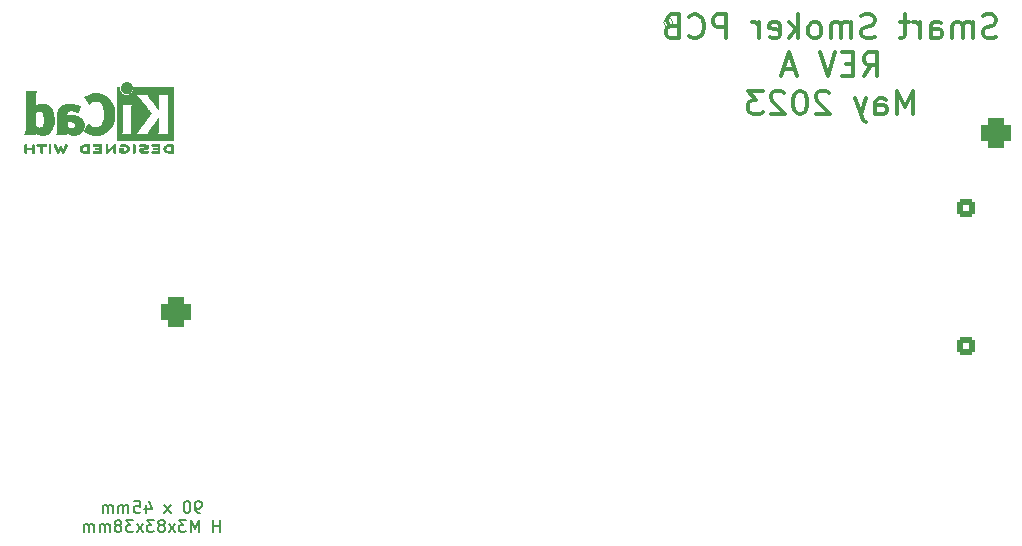
<source format=gbo>
G04 #@! TF.GenerationSoftware,KiCad,Pcbnew,(6.0.11-0)*
G04 #@! TF.CreationDate,2023-06-01T20:29:29-06:00*
G04 #@! TF.ProjectId,Smart Smoker PCB,536d6172-7420-4536-9d6f-6b6572205043,rev?*
G04 #@! TF.SameCoordinates,Original*
G04 #@! TF.FileFunction,Legend,Bot*
G04 #@! TF.FilePolarity,Positive*
%FSLAX46Y46*%
G04 Gerber Fmt 4.6, Leading zero omitted, Abs format (unit mm)*
G04 Created by KiCad (PCBNEW (6.0.11-0)) date 2023-06-01 20:29:29*
%MOMM*%
%LPD*%
G01*
G04 APERTURE LIST*
G04 Aperture macros list*
%AMRoundRect*
0 Rectangle with rounded corners*
0 $1 Rounding radius*
0 $2 $3 $4 $5 $6 $7 $8 $9 X,Y pos of 4 corners*
0 Add a 4 corners polygon primitive as box body*
4,1,4,$2,$3,$4,$5,$6,$7,$8,$9,$2,$3,0*
0 Add four circle primitives for the rounded corners*
1,1,$1+$1,$2,$3*
1,1,$1+$1,$4,$5*
1,1,$1+$1,$6,$7*
1,1,$1+$1,$8,$9*
0 Add four rect primitives between the rounded corners*
20,1,$1+$1,$2,$3,$4,$5,0*
20,1,$1+$1,$4,$5,$6,$7,0*
20,1,$1+$1,$6,$7,$8,$9,0*
20,1,$1+$1,$8,$9,$2,$3,0*%
G04 Aperture macros list end*
%ADD10C,0.300000*%
%ADD11C,0.160000*%
%ADD12C,0.120000*%
%ADD13C,0.010000*%
%ADD14C,1.600200*%
%ADD15C,5.600000*%
%ADD16R,1.600200X1.600200*%
%ADD17C,2.600000*%
%ADD18R,2.400000X2.400000*%
%ADD19C,2.400000*%
%ADD20C,2.000000*%
%ADD21R,1.700000X1.700000*%
%ADD22O,1.700000X1.700000*%
%ADD23C,1.450000*%
%ADD24O,0.800000X1.600000*%
%ADD25R,1.600000X1.600000*%
%ADD26C,1.600000*%
%ADD27R,2.000000X2.000000*%
%ADD28RoundRect,0.650000X0.650000X0.650000X-0.650000X0.650000X-0.650000X-0.650000X0.650000X-0.650000X0*%
%ADD29O,1.920000X3.840000*%
%ADD30C,3.000000*%
%ADD31RoundRect,0.250001X-0.499999X0.499999X-0.499999X-0.499999X0.499999X-0.499999X0.499999X0.499999X0*%
%ADD32C,1.500000*%
%ADD33RoundRect,0.650000X-0.650000X-0.650000X0.650000X-0.650000X0.650000X0.650000X-0.650000X0.650000X0*%
G04 APERTURE END LIST*
D10*
X183000000Y-102589523D02*
X182714285Y-102684761D01*
X182238095Y-102684761D01*
X182047619Y-102589523D01*
X181952380Y-102494285D01*
X181857142Y-102303809D01*
X181857142Y-102113333D01*
X181952380Y-101922857D01*
X182047619Y-101827619D01*
X182238095Y-101732380D01*
X182619047Y-101637142D01*
X182809523Y-101541904D01*
X182904761Y-101446666D01*
X183000000Y-101256190D01*
X183000000Y-101065714D01*
X182904761Y-100875238D01*
X182809523Y-100780000D01*
X182619047Y-100684761D01*
X182142857Y-100684761D01*
X181857142Y-100780000D01*
X181000000Y-102684761D02*
X181000000Y-101351428D01*
X181000000Y-101541904D02*
X180904761Y-101446666D01*
X180714285Y-101351428D01*
X180428571Y-101351428D01*
X180238095Y-101446666D01*
X180142857Y-101637142D01*
X180142857Y-102684761D01*
X180142857Y-101637142D02*
X180047619Y-101446666D01*
X179857142Y-101351428D01*
X179571428Y-101351428D01*
X179380952Y-101446666D01*
X179285714Y-101637142D01*
X179285714Y-102684761D01*
X177476190Y-102684761D02*
X177476190Y-101637142D01*
X177571428Y-101446666D01*
X177761904Y-101351428D01*
X178142857Y-101351428D01*
X178333333Y-101446666D01*
X177476190Y-102589523D02*
X177666666Y-102684761D01*
X178142857Y-102684761D01*
X178333333Y-102589523D01*
X178428571Y-102399047D01*
X178428571Y-102208571D01*
X178333333Y-102018095D01*
X178142857Y-101922857D01*
X177666666Y-101922857D01*
X177476190Y-101827619D01*
X176523809Y-102684761D02*
X176523809Y-101351428D01*
X176523809Y-101732380D02*
X176428571Y-101541904D01*
X176333333Y-101446666D01*
X176142857Y-101351428D01*
X175952380Y-101351428D01*
X175571428Y-101351428D02*
X174809523Y-101351428D01*
X175285714Y-100684761D02*
X175285714Y-102399047D01*
X175190476Y-102589523D01*
X175000000Y-102684761D01*
X174809523Y-102684761D01*
X172714285Y-102589523D02*
X172428571Y-102684761D01*
X171952380Y-102684761D01*
X171761904Y-102589523D01*
X171666666Y-102494285D01*
X171571428Y-102303809D01*
X171571428Y-102113333D01*
X171666666Y-101922857D01*
X171761904Y-101827619D01*
X171952380Y-101732380D01*
X172333333Y-101637142D01*
X172523809Y-101541904D01*
X172619047Y-101446666D01*
X172714285Y-101256190D01*
X172714285Y-101065714D01*
X172619047Y-100875238D01*
X172523809Y-100780000D01*
X172333333Y-100684761D01*
X171857142Y-100684761D01*
X171571428Y-100780000D01*
X170714285Y-102684761D02*
X170714285Y-101351428D01*
X170714285Y-101541904D02*
X170619047Y-101446666D01*
X170428571Y-101351428D01*
X170142857Y-101351428D01*
X169952380Y-101446666D01*
X169857142Y-101637142D01*
X169857142Y-102684761D01*
X169857142Y-101637142D02*
X169761904Y-101446666D01*
X169571428Y-101351428D01*
X169285714Y-101351428D01*
X169095238Y-101446666D01*
X169000000Y-101637142D01*
X169000000Y-102684761D01*
X167761904Y-102684761D02*
X167952380Y-102589523D01*
X168047619Y-102494285D01*
X168142857Y-102303809D01*
X168142857Y-101732380D01*
X168047619Y-101541904D01*
X167952380Y-101446666D01*
X167761904Y-101351428D01*
X167476190Y-101351428D01*
X167285714Y-101446666D01*
X167190476Y-101541904D01*
X167095238Y-101732380D01*
X167095238Y-102303809D01*
X167190476Y-102494285D01*
X167285714Y-102589523D01*
X167476190Y-102684761D01*
X167761904Y-102684761D01*
X166238095Y-102684761D02*
X166238095Y-100684761D01*
X166047619Y-101922857D02*
X165476190Y-102684761D01*
X165476190Y-101351428D02*
X166238095Y-102113333D01*
X163857142Y-102589523D02*
X164047619Y-102684761D01*
X164428571Y-102684761D01*
X164619047Y-102589523D01*
X164714285Y-102399047D01*
X164714285Y-101637142D01*
X164619047Y-101446666D01*
X164428571Y-101351428D01*
X164047619Y-101351428D01*
X163857142Y-101446666D01*
X163761904Y-101637142D01*
X163761904Y-101827619D01*
X164714285Y-102018095D01*
X162904761Y-102684761D02*
X162904761Y-101351428D01*
X162904761Y-101732380D02*
X162809523Y-101541904D01*
X162714285Y-101446666D01*
X162523809Y-101351428D01*
X162333333Y-101351428D01*
X160142857Y-102684761D02*
X160142857Y-100684761D01*
X159380952Y-100684761D01*
X159190476Y-100780000D01*
X159095238Y-100875238D01*
X159000000Y-101065714D01*
X159000000Y-101351428D01*
X159095238Y-101541904D01*
X159190476Y-101637142D01*
X159380952Y-101732380D01*
X160142857Y-101732380D01*
X157000000Y-102494285D02*
X157095238Y-102589523D01*
X157380952Y-102684761D01*
X157571428Y-102684761D01*
X157857142Y-102589523D01*
X158047619Y-102399047D01*
X158142857Y-102208571D01*
X158238095Y-101827619D01*
X158238095Y-101541904D01*
X158142857Y-101160952D01*
X158047619Y-100970476D01*
X157857142Y-100780000D01*
X157571428Y-100684761D01*
X157380952Y-100684761D01*
X157095238Y-100780000D01*
X157000000Y-100875238D01*
X155476190Y-101637142D02*
X155190476Y-101732380D01*
X155095238Y-101827619D01*
X155000000Y-102018095D01*
X155000000Y-102303809D01*
X155095238Y-102494285D01*
X155190476Y-102589523D01*
X155380952Y-102684761D01*
X156142857Y-102684761D01*
X156142857Y-100684761D01*
X155476190Y-100684761D01*
X155285714Y-100780000D01*
X155190476Y-100875238D01*
X155095238Y-101065714D01*
X155095238Y-101256190D01*
X155190476Y-101446666D01*
X155285714Y-101541904D01*
X155476190Y-101637142D01*
X156142857Y-101637142D01*
X171761904Y-105904761D02*
X172428571Y-104952380D01*
X172904761Y-105904761D02*
X172904761Y-103904761D01*
X172142857Y-103904761D01*
X171952380Y-104000000D01*
X171857142Y-104095238D01*
X171761904Y-104285714D01*
X171761904Y-104571428D01*
X171857142Y-104761904D01*
X171952380Y-104857142D01*
X172142857Y-104952380D01*
X172904761Y-104952380D01*
X170904761Y-104857142D02*
X170238095Y-104857142D01*
X169952380Y-105904761D02*
X170904761Y-105904761D01*
X170904761Y-103904761D01*
X169952380Y-103904761D01*
X169380952Y-103904761D02*
X168714285Y-105904761D01*
X168047619Y-103904761D01*
X165952380Y-105333333D02*
X165000000Y-105333333D01*
X166142857Y-105904761D02*
X165476190Y-103904761D01*
X164809523Y-105904761D01*
X175904761Y-109124761D02*
X175904761Y-107124761D01*
X175238095Y-108553333D01*
X174571428Y-107124761D01*
X174571428Y-109124761D01*
X172761904Y-109124761D02*
X172761904Y-108077142D01*
X172857142Y-107886666D01*
X173047619Y-107791428D01*
X173428571Y-107791428D01*
X173619047Y-107886666D01*
X172761904Y-109029523D02*
X172952380Y-109124761D01*
X173428571Y-109124761D01*
X173619047Y-109029523D01*
X173714285Y-108839047D01*
X173714285Y-108648571D01*
X173619047Y-108458095D01*
X173428571Y-108362857D01*
X172952380Y-108362857D01*
X172761904Y-108267619D01*
X172000000Y-107791428D02*
X171523809Y-109124761D01*
X171047619Y-107791428D02*
X171523809Y-109124761D01*
X171714285Y-109600952D01*
X171809523Y-109696190D01*
X172000000Y-109791428D01*
X168857142Y-107315238D02*
X168761904Y-107220000D01*
X168571428Y-107124761D01*
X168095238Y-107124761D01*
X167904761Y-107220000D01*
X167809523Y-107315238D01*
X167714285Y-107505714D01*
X167714285Y-107696190D01*
X167809523Y-107981904D01*
X168952380Y-109124761D01*
X167714285Y-109124761D01*
X166476190Y-107124761D02*
X166285714Y-107124761D01*
X166095238Y-107220000D01*
X166000000Y-107315238D01*
X165904761Y-107505714D01*
X165809523Y-107886666D01*
X165809523Y-108362857D01*
X165904761Y-108743809D01*
X166000000Y-108934285D01*
X166095238Y-109029523D01*
X166285714Y-109124761D01*
X166476190Y-109124761D01*
X166666666Y-109029523D01*
X166761904Y-108934285D01*
X166857142Y-108743809D01*
X166952380Y-108362857D01*
X166952380Y-107886666D01*
X166857142Y-107505714D01*
X166761904Y-107315238D01*
X166666666Y-107220000D01*
X166476190Y-107124761D01*
X165047619Y-107315238D02*
X164952380Y-107220000D01*
X164761904Y-107124761D01*
X164285714Y-107124761D01*
X164095238Y-107220000D01*
X164000000Y-107315238D01*
X163904761Y-107505714D01*
X163904761Y-107696190D01*
X164000000Y-107981904D01*
X165142857Y-109124761D01*
X163904761Y-109124761D01*
X163238095Y-107124761D02*
X162000000Y-107124761D01*
X162666666Y-107886666D01*
X162380952Y-107886666D01*
X162190476Y-107981904D01*
X162095238Y-108077142D01*
X162000000Y-108267619D01*
X162000000Y-108743809D01*
X162095238Y-108934285D01*
X162190476Y-109029523D01*
X162380952Y-109124761D01*
X162952380Y-109124761D01*
X163142857Y-109029523D01*
X163238095Y-108934285D01*
D11*
X115619047Y-142897380D02*
X115428571Y-142897380D01*
X115333333Y-142849761D01*
X115285714Y-142802142D01*
X115190476Y-142659285D01*
X115142857Y-142468809D01*
X115142857Y-142087857D01*
X115190476Y-141992619D01*
X115238095Y-141945000D01*
X115333333Y-141897380D01*
X115523809Y-141897380D01*
X115619047Y-141945000D01*
X115666666Y-141992619D01*
X115714285Y-142087857D01*
X115714285Y-142325952D01*
X115666666Y-142421190D01*
X115619047Y-142468809D01*
X115523809Y-142516428D01*
X115333333Y-142516428D01*
X115238095Y-142468809D01*
X115190476Y-142421190D01*
X115142857Y-142325952D01*
X114523809Y-141897380D02*
X114428571Y-141897380D01*
X114333333Y-141945000D01*
X114285714Y-141992619D01*
X114238095Y-142087857D01*
X114190476Y-142278333D01*
X114190476Y-142516428D01*
X114238095Y-142706904D01*
X114285714Y-142802142D01*
X114333333Y-142849761D01*
X114428571Y-142897380D01*
X114523809Y-142897380D01*
X114619047Y-142849761D01*
X114666666Y-142802142D01*
X114714285Y-142706904D01*
X114761904Y-142516428D01*
X114761904Y-142278333D01*
X114714285Y-142087857D01*
X114666666Y-141992619D01*
X114619047Y-141945000D01*
X114523809Y-141897380D01*
X113095238Y-142897380D02*
X112571428Y-142230714D01*
X113095238Y-142230714D02*
X112571428Y-142897380D01*
X111000000Y-142230714D02*
X111000000Y-142897380D01*
X111238095Y-141849761D02*
X111476190Y-142564047D01*
X110857142Y-142564047D01*
X110000000Y-141897380D02*
X110476190Y-141897380D01*
X110523809Y-142373571D01*
X110476190Y-142325952D01*
X110380952Y-142278333D01*
X110142857Y-142278333D01*
X110047619Y-142325952D01*
X110000000Y-142373571D01*
X109952380Y-142468809D01*
X109952380Y-142706904D01*
X110000000Y-142802142D01*
X110047619Y-142849761D01*
X110142857Y-142897380D01*
X110380952Y-142897380D01*
X110476190Y-142849761D01*
X110523809Y-142802142D01*
X109523809Y-142897380D02*
X109523809Y-142230714D01*
X109523809Y-142325952D02*
X109476190Y-142278333D01*
X109380952Y-142230714D01*
X109238095Y-142230714D01*
X109142857Y-142278333D01*
X109095238Y-142373571D01*
X109095238Y-142897380D01*
X109095238Y-142373571D02*
X109047619Y-142278333D01*
X108952380Y-142230714D01*
X108809523Y-142230714D01*
X108714285Y-142278333D01*
X108666666Y-142373571D01*
X108666666Y-142897380D01*
X108190476Y-142897380D02*
X108190476Y-142230714D01*
X108190476Y-142325952D02*
X108142857Y-142278333D01*
X108047619Y-142230714D01*
X107904761Y-142230714D01*
X107809523Y-142278333D01*
X107761904Y-142373571D01*
X107761904Y-142897380D01*
X107761904Y-142373571D02*
X107714285Y-142278333D01*
X107619047Y-142230714D01*
X107476190Y-142230714D01*
X107380952Y-142278333D01*
X107333333Y-142373571D01*
X107333333Y-142897380D01*
X117261904Y-144507380D02*
X117261904Y-143507380D01*
X117261904Y-143983571D02*
X116690476Y-143983571D01*
X116690476Y-144507380D02*
X116690476Y-143507380D01*
X115452380Y-144507380D02*
X115452380Y-143507380D01*
X115119047Y-144221666D01*
X114785714Y-143507380D01*
X114785714Y-144507380D01*
X114404761Y-143507380D02*
X113785714Y-143507380D01*
X114119047Y-143888333D01*
X113976190Y-143888333D01*
X113880952Y-143935952D01*
X113833333Y-143983571D01*
X113785714Y-144078809D01*
X113785714Y-144316904D01*
X113833333Y-144412142D01*
X113880952Y-144459761D01*
X113976190Y-144507380D01*
X114261904Y-144507380D01*
X114357142Y-144459761D01*
X114404761Y-144412142D01*
X113452380Y-144507380D02*
X112928571Y-143840714D01*
X113452380Y-143840714D02*
X112928571Y-144507380D01*
X112404761Y-143935952D02*
X112500000Y-143888333D01*
X112547619Y-143840714D01*
X112595238Y-143745476D01*
X112595238Y-143697857D01*
X112547619Y-143602619D01*
X112500000Y-143555000D01*
X112404761Y-143507380D01*
X112214285Y-143507380D01*
X112119047Y-143555000D01*
X112071428Y-143602619D01*
X112023809Y-143697857D01*
X112023809Y-143745476D01*
X112071428Y-143840714D01*
X112119047Y-143888333D01*
X112214285Y-143935952D01*
X112404761Y-143935952D01*
X112500000Y-143983571D01*
X112547619Y-144031190D01*
X112595238Y-144126428D01*
X112595238Y-144316904D01*
X112547619Y-144412142D01*
X112500000Y-144459761D01*
X112404761Y-144507380D01*
X112214285Y-144507380D01*
X112119047Y-144459761D01*
X112071428Y-144412142D01*
X112023809Y-144316904D01*
X112023809Y-144126428D01*
X112071428Y-144031190D01*
X112119047Y-143983571D01*
X112214285Y-143935952D01*
X111690476Y-143507380D02*
X111071428Y-143507380D01*
X111404761Y-143888333D01*
X111261904Y-143888333D01*
X111166666Y-143935952D01*
X111119047Y-143983571D01*
X111071428Y-144078809D01*
X111071428Y-144316904D01*
X111119047Y-144412142D01*
X111166666Y-144459761D01*
X111261904Y-144507380D01*
X111547619Y-144507380D01*
X111642857Y-144459761D01*
X111690476Y-144412142D01*
X110738095Y-144507380D02*
X110214285Y-143840714D01*
X110738095Y-143840714D02*
X110214285Y-144507380D01*
X109928571Y-143507380D02*
X109309523Y-143507380D01*
X109642857Y-143888333D01*
X109500000Y-143888333D01*
X109404761Y-143935952D01*
X109357142Y-143983571D01*
X109309523Y-144078809D01*
X109309523Y-144316904D01*
X109357142Y-144412142D01*
X109404761Y-144459761D01*
X109500000Y-144507380D01*
X109785714Y-144507380D01*
X109880952Y-144459761D01*
X109928571Y-144412142D01*
X108738095Y-143935952D02*
X108833333Y-143888333D01*
X108880952Y-143840714D01*
X108928571Y-143745476D01*
X108928571Y-143697857D01*
X108880952Y-143602619D01*
X108833333Y-143555000D01*
X108738095Y-143507380D01*
X108547619Y-143507380D01*
X108452380Y-143555000D01*
X108404761Y-143602619D01*
X108357142Y-143697857D01*
X108357142Y-143745476D01*
X108404761Y-143840714D01*
X108452380Y-143888333D01*
X108547619Y-143935952D01*
X108738095Y-143935952D01*
X108833333Y-143983571D01*
X108880952Y-144031190D01*
X108928571Y-144126428D01*
X108928571Y-144316904D01*
X108880952Y-144412142D01*
X108833333Y-144459761D01*
X108738095Y-144507380D01*
X108547619Y-144507380D01*
X108452380Y-144459761D01*
X108404761Y-144412142D01*
X108357142Y-144316904D01*
X108357142Y-144126428D01*
X108404761Y-144031190D01*
X108452380Y-143983571D01*
X108547619Y-143935952D01*
X107928571Y-144507380D02*
X107928571Y-143840714D01*
X107928571Y-143935952D02*
X107880952Y-143888333D01*
X107785714Y-143840714D01*
X107642857Y-143840714D01*
X107547619Y-143888333D01*
X107500000Y-143983571D01*
X107500000Y-144507380D01*
X107500000Y-143983571D02*
X107452380Y-143888333D01*
X107357142Y-143840714D01*
X107214285Y-143840714D01*
X107119047Y-143888333D01*
X107071428Y-143983571D01*
X107071428Y-144507380D01*
X106595238Y-144507380D02*
X106595238Y-143840714D01*
X106595238Y-143935952D02*
X106547619Y-143888333D01*
X106452380Y-143840714D01*
X106309523Y-143840714D01*
X106214285Y-143888333D01*
X106166666Y-143983571D01*
X106166666Y-144507380D01*
X106166666Y-143983571D02*
X106119047Y-143888333D01*
X106023809Y-143840714D01*
X105880952Y-143840714D01*
X105785714Y-143888333D01*
X105738095Y-143983571D01*
X105738095Y-144507380D01*
D12*
X155614700Y-101374394D02*
G75*
G03*
X155614700Y-101374394I-381000J0D01*
G01*
G36*
X113276059Y-107643011D02*
G01*
X113276362Y-107790216D01*
X113276548Y-107954349D01*
X113276642Y-108136352D01*
X113276671Y-108337165D01*
X113276661Y-108557732D01*
X113276636Y-108798992D01*
X113276622Y-109061889D01*
X113276622Y-109104040D01*
X113276646Y-109364668D01*
X113276685Y-109603796D01*
X113276708Y-109822360D01*
X113276687Y-110021295D01*
X113276593Y-110201535D01*
X113276395Y-110364015D01*
X113276063Y-110509670D01*
X113275569Y-110639434D01*
X113274883Y-110754243D01*
X113273976Y-110855030D01*
X113272817Y-110942730D01*
X113271378Y-111018279D01*
X113269629Y-111082611D01*
X113267540Y-111136661D01*
X113265083Y-111181363D01*
X113262227Y-111217652D01*
X113258943Y-111246463D01*
X113255202Y-111268731D01*
X113250974Y-111285390D01*
X113246229Y-111297375D01*
X113240939Y-111305621D01*
X113235073Y-111311062D01*
X113228602Y-111314634D01*
X113221497Y-111317270D01*
X113213728Y-111319906D01*
X113205266Y-111323477D01*
X113200908Y-111325145D01*
X113192395Y-111327111D01*
X113179694Y-111328911D01*
X113161885Y-111330555D01*
X113138049Y-111332047D01*
X113107266Y-111333397D01*
X113068617Y-111334611D01*
X113021182Y-111335697D01*
X112964043Y-111336661D01*
X112896279Y-111337511D01*
X112816971Y-111338253D01*
X112725199Y-111338897D01*
X112620044Y-111339447D01*
X112500587Y-111339913D01*
X112365908Y-111340300D01*
X112215088Y-111340616D01*
X112047206Y-111340869D01*
X111861345Y-111341066D01*
X111656583Y-111341213D01*
X111432002Y-111341318D01*
X111186682Y-111341389D01*
X110919704Y-111341432D01*
X110881321Y-111341437D01*
X110615922Y-111341480D01*
X110372050Y-111341525D01*
X110148783Y-111341548D01*
X109945196Y-111341524D01*
X109760367Y-111341430D01*
X109593373Y-111341243D01*
X109443290Y-111340939D01*
X109309196Y-111340494D01*
X109190166Y-111339885D01*
X109085279Y-111339089D01*
X108993610Y-111338080D01*
X108914237Y-111336837D01*
X108846237Y-111335335D01*
X108788686Y-111333551D01*
X108740662Y-111331461D01*
X108701240Y-111329042D01*
X108669499Y-111326270D01*
X108644514Y-111323121D01*
X108625364Y-111319572D01*
X108611123Y-111315598D01*
X108600871Y-111311178D01*
X108593682Y-111306286D01*
X108588635Y-111300900D01*
X108584805Y-111294996D01*
X108581271Y-111288549D01*
X108577108Y-111281537D01*
X108576025Y-111279687D01*
X108573813Y-111274180D01*
X108571786Y-111265868D01*
X108569938Y-111253809D01*
X108568261Y-111237063D01*
X108566745Y-111214687D01*
X108565383Y-111185740D01*
X108564167Y-111149280D01*
X108563089Y-111104367D01*
X108562140Y-111050057D01*
X108561312Y-110985410D01*
X108560597Y-110909484D01*
X108559987Y-110821338D01*
X108559942Y-110812493D01*
X108851378Y-110812493D01*
X108855260Y-110813765D01*
X108878520Y-110815791D01*
X108920874Y-110817626D01*
X108980132Y-110819227D01*
X109054107Y-110820549D01*
X109140610Y-110821548D01*
X109237452Y-110822180D01*
X109342445Y-110822400D01*
X110040651Y-110822400D01*
X111195090Y-110822400D01*
X111194456Y-110746200D01*
X111195574Y-110704160D01*
X111201304Y-110668334D01*
X111213890Y-110630772D01*
X111235568Y-110582577D01*
X111238789Y-110575897D01*
X111264188Y-110526359D01*
X111290996Y-110478369D01*
X111313917Y-110441466D01*
X111318485Y-110434834D01*
X111340516Y-110403593D01*
X111372693Y-110358654D01*
X111413457Y-110302147D01*
X111461245Y-110236204D01*
X111514498Y-110162957D01*
X111571655Y-110084536D01*
X111631155Y-110003072D01*
X111691437Y-109920698D01*
X111750940Y-109839544D01*
X111808105Y-109761742D01*
X111861370Y-109689423D01*
X111909174Y-109624718D01*
X111949957Y-109569759D01*
X111982158Y-109526676D01*
X112004216Y-109497602D01*
X112014571Y-109484667D01*
X112019044Y-109480351D01*
X112023236Y-109478312D01*
X112026643Y-109480926D01*
X112029325Y-109489986D01*
X112031341Y-109507285D01*
X112032748Y-109534614D01*
X112033605Y-109573765D01*
X112033970Y-109626533D01*
X112033903Y-109694707D01*
X112033460Y-109780082D01*
X112032702Y-109884449D01*
X112031685Y-110009600D01*
X112031308Y-110054300D01*
X112030169Y-110175395D01*
X112028972Y-110276688D01*
X112027636Y-110360262D01*
X112026077Y-110428204D01*
X112024215Y-110482599D01*
X112021966Y-110525532D01*
X112019248Y-110559089D01*
X112015979Y-110585355D01*
X112012078Y-110606416D01*
X112007461Y-110624357D01*
X111999192Y-110650770D01*
X111975583Y-110712772D01*
X111949685Y-110765573D01*
X111924535Y-110802645D01*
X111923339Y-110804075D01*
X111921168Y-110808424D01*
X111923328Y-110812026D01*
X111931644Y-110814951D01*
X111947940Y-110817269D01*
X111974041Y-110819051D01*
X112011771Y-110820367D01*
X112062956Y-110821286D01*
X112129420Y-110821878D01*
X112212987Y-110822215D01*
X112315483Y-110822365D01*
X112438732Y-110822400D01*
X112970296Y-110822400D01*
X112931523Y-110764783D01*
X112925432Y-110755893D01*
X112914976Y-110741069D01*
X112905579Y-110727422D01*
X112897183Y-110713765D01*
X112889733Y-110698911D01*
X112883173Y-110681670D01*
X112877446Y-110660855D01*
X112872495Y-110635280D01*
X112868266Y-110603755D01*
X112864701Y-110565093D01*
X112861744Y-110518107D01*
X112859340Y-110461608D01*
X112857431Y-110394409D01*
X112855962Y-110315322D01*
X112854876Y-110223160D01*
X112854118Y-110116734D01*
X112853630Y-109994857D01*
X112853358Y-109856341D01*
X112853243Y-109699999D01*
X112853231Y-109524642D01*
X112853265Y-109329082D01*
X112853289Y-109112133D01*
X112853280Y-108989513D01*
X112853243Y-108784447D01*
X112853227Y-108600116D01*
X112853288Y-108435334D01*
X112853484Y-108288916D01*
X112853870Y-108159674D01*
X112854505Y-108046422D01*
X112855444Y-107947975D01*
X112856745Y-107863144D01*
X112858464Y-107790744D01*
X112860659Y-107729589D01*
X112863385Y-107678492D01*
X112866701Y-107636267D01*
X112870662Y-107601727D01*
X112875325Y-107573686D01*
X112880747Y-107550958D01*
X112886986Y-107532356D01*
X112894097Y-107516693D01*
X112902138Y-107502784D01*
X112911166Y-107489441D01*
X112921236Y-107475479D01*
X112932407Y-107459711D01*
X112972197Y-107401867D01*
X111912314Y-107401867D01*
X111950311Y-107464966D01*
X111964993Y-107490005D01*
X111979531Y-107517586D01*
X111991627Y-107545700D01*
X112001532Y-107576551D01*
X112009494Y-107612344D01*
X112015761Y-107655283D01*
X112020582Y-107707574D01*
X112024206Y-107771419D01*
X112026881Y-107849025D01*
X112028857Y-107942594D01*
X112030382Y-108054333D01*
X112031704Y-108186445D01*
X112032613Y-108306434D01*
X112033020Y-108423063D01*
X112032767Y-108518531D01*
X112031857Y-108592556D01*
X112030293Y-108644855D01*
X112028079Y-108675149D01*
X112025220Y-108683156D01*
X112022161Y-108679858D01*
X112004006Y-108658408D01*
X111974275Y-108621889D01*
X111934639Y-108572442D01*
X111886771Y-108512207D01*
X111832343Y-108443327D01*
X111773027Y-108367943D01*
X111710495Y-108288196D01*
X111646421Y-108206228D01*
X111582475Y-108124180D01*
X111520331Y-108044194D01*
X111461661Y-107968411D01*
X111408137Y-107898973D01*
X111361430Y-107838021D01*
X111323214Y-107787696D01*
X111295161Y-107750140D01*
X111278943Y-107727495D01*
X111233635Y-107655212D01*
X111193661Y-107575463D01*
X111172130Y-107507188D01*
X111168827Y-107449844D01*
X111174116Y-107401867D01*
X110042356Y-107402117D01*
X110081867Y-107432722D01*
X110091248Y-107440089D01*
X110154183Y-107494438D01*
X110222997Y-107562259D01*
X110299596Y-107645516D01*
X110385888Y-107746178D01*
X110403052Y-107766847D01*
X110443833Y-107816409D01*
X110493588Y-107877326D01*
X110550955Y-107947898D01*
X110614569Y-108026424D01*
X110683069Y-108111204D01*
X110755090Y-108200537D01*
X110829270Y-108292722D01*
X110844517Y-108311702D01*
X110904246Y-108386060D01*
X110978653Y-108478848D01*
X111051131Y-108569388D01*
X111120314Y-108655978D01*
X111184841Y-108736918D01*
X111243347Y-108810506D01*
X111294470Y-108875044D01*
X111336847Y-108928829D01*
X111369115Y-108970162D01*
X111389910Y-108997342D01*
X111397869Y-109008668D01*
X111396111Y-109012771D01*
X111383230Y-109033334D01*
X111358885Y-109069561D01*
X111324247Y-109119824D01*
X111280486Y-109182492D01*
X111228775Y-109255936D01*
X111170284Y-109338527D01*
X111106184Y-109428636D01*
X111037646Y-109524631D01*
X110965843Y-109624885D01*
X110891944Y-109727768D01*
X110817121Y-109831650D01*
X110742545Y-109934901D01*
X110669387Y-110035892D01*
X110598819Y-110132994D01*
X110532011Y-110224577D01*
X110470135Y-110309011D01*
X110414361Y-110384667D01*
X110365862Y-110449916D01*
X110325807Y-110503128D01*
X110295369Y-110542673D01*
X110274944Y-110568026D01*
X110228899Y-110622295D01*
X110178612Y-110678775D01*
X110131815Y-110728669D01*
X110040651Y-110822400D01*
X109342445Y-110822400D01*
X109411356Y-110822349D01*
X109509607Y-110822091D01*
X109599030Y-110821637D01*
X109677333Y-110821010D01*
X109742223Y-110820235D01*
X109791411Y-110819335D01*
X109822604Y-110818334D01*
X109833511Y-110817257D01*
X109832322Y-110814037D01*
X109822176Y-110796452D01*
X109805040Y-110770158D01*
X109796540Y-110757691D01*
X109787329Y-110743622D01*
X109779233Y-110729351D01*
X109772185Y-110713479D01*
X109766117Y-110694609D01*
X109760961Y-110671341D01*
X109756651Y-110642278D01*
X109753119Y-110606021D01*
X109750297Y-110561170D01*
X109748118Y-110506328D01*
X109746514Y-110440097D01*
X109745419Y-110361077D01*
X109744765Y-110267871D01*
X109744484Y-110159079D01*
X109744509Y-110033303D01*
X109744772Y-109889145D01*
X109745206Y-109725207D01*
X109745745Y-109540089D01*
X109746279Y-109361232D01*
X109746805Y-109202374D01*
X109747350Y-109063316D01*
X109747945Y-108942665D01*
X109748619Y-108839028D01*
X109749403Y-108751011D01*
X109750326Y-108677223D01*
X109751419Y-108616269D01*
X109752712Y-108566757D01*
X109754235Y-108527293D01*
X109756019Y-108496484D01*
X109758092Y-108472938D01*
X109760486Y-108455260D01*
X109763230Y-108442059D01*
X109766356Y-108431940D01*
X109769892Y-108423511D01*
X109773791Y-108415375D01*
X109793438Y-108378544D01*
X109812225Y-108348391D01*
X109813272Y-108346908D01*
X109827602Y-108324659D01*
X109833511Y-108311702D01*
X109832504Y-108311249D01*
X109815305Y-108309803D01*
X109778656Y-108308480D01*
X109724962Y-108307316D01*
X109656630Y-108306347D01*
X109576064Y-108305611D01*
X109485670Y-108305142D01*
X109387853Y-108304978D01*
X108942195Y-108304978D01*
X108939120Y-109481845D01*
X108936045Y-110658711D01*
X108909407Y-110717622D01*
X108897485Y-110742183D01*
X108880246Y-110772434D01*
X108867074Y-110789560D01*
X108859076Y-110797591D01*
X108851378Y-110812493D01*
X108559942Y-110812493D01*
X108559474Y-110720029D01*
X108559050Y-110604617D01*
X108558706Y-110474160D01*
X108558434Y-110327716D01*
X108558227Y-110164344D01*
X108558076Y-109983101D01*
X108557972Y-109783048D01*
X108557908Y-109563241D01*
X108557876Y-109322739D01*
X108557867Y-109060602D01*
X108557867Y-106869031D01*
X108596249Y-106830649D01*
X108623355Y-106806911D01*
X108650253Y-106795111D01*
X108686560Y-106792267D01*
X108738489Y-106792267D01*
X108738489Y-106880206D01*
X108740427Y-106930102D01*
X108759199Y-107040523D01*
X108796217Y-107141987D01*
X108849369Y-107233152D01*
X108916546Y-107312673D01*
X108995638Y-107379205D01*
X109084534Y-107431406D01*
X109181125Y-107467930D01*
X109283300Y-107487434D01*
X109388950Y-107488573D01*
X109495964Y-107470005D01*
X109602232Y-107430384D01*
X109699219Y-107372516D01*
X109784293Y-107297684D01*
X109853015Y-107209615D01*
X109903918Y-107110616D01*
X109935535Y-107002993D01*
X109946400Y-106889054D01*
X109946400Y-106792267D01*
X111566753Y-106792267D01*
X111777897Y-106792280D01*
X111982020Y-106792330D01*
X112165686Y-106792430D01*
X112329991Y-106792592D01*
X112476029Y-106792829D01*
X112604894Y-106793153D01*
X112717683Y-106793575D01*
X112815488Y-106794109D01*
X112899404Y-106794767D01*
X112970527Y-106795561D01*
X113029950Y-106796504D01*
X113078768Y-106797608D01*
X113118077Y-106798884D01*
X113148969Y-106800347D01*
X113172541Y-106802007D01*
X113189886Y-106803878D01*
X113202099Y-106805972D01*
X113210275Y-106808300D01*
X113215508Y-106810876D01*
X113221504Y-106814445D01*
X113228279Y-106817978D01*
X113234478Y-106821488D01*
X113240126Y-106825918D01*
X113245247Y-106832208D01*
X113249869Y-106841301D01*
X113254015Y-106854139D01*
X113257713Y-106871662D01*
X113260987Y-106894813D01*
X113263863Y-106924534D01*
X113266367Y-106961765D01*
X113268524Y-107007449D01*
X113270360Y-107062527D01*
X113271900Y-107127941D01*
X113273170Y-107204633D01*
X113274195Y-107293544D01*
X113275001Y-107395617D01*
X113275034Y-107401867D01*
X113275614Y-107511792D01*
X113276059Y-107643011D01*
G37*
D13*
X113276059Y-107643011D02*
X113276362Y-107790216D01*
X113276548Y-107954349D01*
X113276642Y-108136352D01*
X113276671Y-108337165D01*
X113276661Y-108557732D01*
X113276636Y-108798992D01*
X113276622Y-109061889D01*
X113276622Y-109104040D01*
X113276646Y-109364668D01*
X113276685Y-109603796D01*
X113276708Y-109822360D01*
X113276687Y-110021295D01*
X113276593Y-110201535D01*
X113276395Y-110364015D01*
X113276063Y-110509670D01*
X113275569Y-110639434D01*
X113274883Y-110754243D01*
X113273976Y-110855030D01*
X113272817Y-110942730D01*
X113271378Y-111018279D01*
X113269629Y-111082611D01*
X113267540Y-111136661D01*
X113265083Y-111181363D01*
X113262227Y-111217652D01*
X113258943Y-111246463D01*
X113255202Y-111268731D01*
X113250974Y-111285390D01*
X113246229Y-111297375D01*
X113240939Y-111305621D01*
X113235073Y-111311062D01*
X113228602Y-111314634D01*
X113221497Y-111317270D01*
X113213728Y-111319906D01*
X113205266Y-111323477D01*
X113200908Y-111325145D01*
X113192395Y-111327111D01*
X113179694Y-111328911D01*
X113161885Y-111330555D01*
X113138049Y-111332047D01*
X113107266Y-111333397D01*
X113068617Y-111334611D01*
X113021182Y-111335697D01*
X112964043Y-111336661D01*
X112896279Y-111337511D01*
X112816971Y-111338253D01*
X112725199Y-111338897D01*
X112620044Y-111339447D01*
X112500587Y-111339913D01*
X112365908Y-111340300D01*
X112215088Y-111340616D01*
X112047206Y-111340869D01*
X111861345Y-111341066D01*
X111656583Y-111341213D01*
X111432002Y-111341318D01*
X111186682Y-111341389D01*
X110919704Y-111341432D01*
X110881321Y-111341437D01*
X110615922Y-111341480D01*
X110372050Y-111341525D01*
X110148783Y-111341548D01*
X109945196Y-111341524D01*
X109760367Y-111341430D01*
X109593373Y-111341243D01*
X109443290Y-111340939D01*
X109309196Y-111340494D01*
X109190166Y-111339885D01*
X109085279Y-111339089D01*
X108993610Y-111338080D01*
X108914237Y-111336837D01*
X108846237Y-111335335D01*
X108788686Y-111333551D01*
X108740662Y-111331461D01*
X108701240Y-111329042D01*
X108669499Y-111326270D01*
X108644514Y-111323121D01*
X108625364Y-111319572D01*
X108611123Y-111315598D01*
X108600871Y-111311178D01*
X108593682Y-111306286D01*
X108588635Y-111300900D01*
X108584805Y-111294996D01*
X108581271Y-111288549D01*
X108577108Y-111281537D01*
X108576025Y-111279687D01*
X108573813Y-111274180D01*
X108571786Y-111265868D01*
X108569938Y-111253809D01*
X108568261Y-111237063D01*
X108566745Y-111214687D01*
X108565383Y-111185740D01*
X108564167Y-111149280D01*
X108563089Y-111104367D01*
X108562140Y-111050057D01*
X108561312Y-110985410D01*
X108560597Y-110909484D01*
X108559987Y-110821338D01*
X108559942Y-110812493D01*
X108851378Y-110812493D01*
X108855260Y-110813765D01*
X108878520Y-110815791D01*
X108920874Y-110817626D01*
X108980132Y-110819227D01*
X109054107Y-110820549D01*
X109140610Y-110821548D01*
X109237452Y-110822180D01*
X109342445Y-110822400D01*
X110040651Y-110822400D01*
X111195090Y-110822400D01*
X111194456Y-110746200D01*
X111195574Y-110704160D01*
X111201304Y-110668334D01*
X111213890Y-110630772D01*
X111235568Y-110582577D01*
X111238789Y-110575897D01*
X111264188Y-110526359D01*
X111290996Y-110478369D01*
X111313917Y-110441466D01*
X111318485Y-110434834D01*
X111340516Y-110403593D01*
X111372693Y-110358654D01*
X111413457Y-110302147D01*
X111461245Y-110236204D01*
X111514498Y-110162957D01*
X111571655Y-110084536D01*
X111631155Y-110003072D01*
X111691437Y-109920698D01*
X111750940Y-109839544D01*
X111808105Y-109761742D01*
X111861370Y-109689423D01*
X111909174Y-109624718D01*
X111949957Y-109569759D01*
X111982158Y-109526676D01*
X112004216Y-109497602D01*
X112014571Y-109484667D01*
X112019044Y-109480351D01*
X112023236Y-109478312D01*
X112026643Y-109480926D01*
X112029325Y-109489986D01*
X112031341Y-109507285D01*
X112032748Y-109534614D01*
X112033605Y-109573765D01*
X112033970Y-109626533D01*
X112033903Y-109694707D01*
X112033460Y-109780082D01*
X112032702Y-109884449D01*
X112031685Y-110009600D01*
X112031308Y-110054300D01*
X112030169Y-110175395D01*
X112028972Y-110276688D01*
X112027636Y-110360262D01*
X112026077Y-110428204D01*
X112024215Y-110482599D01*
X112021966Y-110525532D01*
X112019248Y-110559089D01*
X112015979Y-110585355D01*
X112012078Y-110606416D01*
X112007461Y-110624357D01*
X111999192Y-110650770D01*
X111975583Y-110712772D01*
X111949685Y-110765573D01*
X111924535Y-110802645D01*
X111923339Y-110804075D01*
X111921168Y-110808424D01*
X111923328Y-110812026D01*
X111931644Y-110814951D01*
X111947940Y-110817269D01*
X111974041Y-110819051D01*
X112011771Y-110820367D01*
X112062956Y-110821286D01*
X112129420Y-110821878D01*
X112212987Y-110822215D01*
X112315483Y-110822365D01*
X112438732Y-110822400D01*
X112970296Y-110822400D01*
X112931523Y-110764783D01*
X112925432Y-110755893D01*
X112914976Y-110741069D01*
X112905579Y-110727422D01*
X112897183Y-110713765D01*
X112889733Y-110698911D01*
X112883173Y-110681670D01*
X112877446Y-110660855D01*
X112872495Y-110635280D01*
X112868266Y-110603755D01*
X112864701Y-110565093D01*
X112861744Y-110518107D01*
X112859340Y-110461608D01*
X112857431Y-110394409D01*
X112855962Y-110315322D01*
X112854876Y-110223160D01*
X112854118Y-110116734D01*
X112853630Y-109994857D01*
X112853358Y-109856341D01*
X112853243Y-109699999D01*
X112853231Y-109524642D01*
X112853265Y-109329082D01*
X112853289Y-109112133D01*
X112853280Y-108989513D01*
X112853243Y-108784447D01*
X112853227Y-108600116D01*
X112853288Y-108435334D01*
X112853484Y-108288916D01*
X112853870Y-108159674D01*
X112854505Y-108046422D01*
X112855444Y-107947975D01*
X112856745Y-107863144D01*
X112858464Y-107790744D01*
X112860659Y-107729589D01*
X112863385Y-107678492D01*
X112866701Y-107636267D01*
X112870662Y-107601727D01*
X112875325Y-107573686D01*
X112880747Y-107550958D01*
X112886986Y-107532356D01*
X112894097Y-107516693D01*
X112902138Y-107502784D01*
X112911166Y-107489441D01*
X112921236Y-107475479D01*
X112932407Y-107459711D01*
X112972197Y-107401867D01*
X111912314Y-107401867D01*
X111950311Y-107464966D01*
X111964993Y-107490005D01*
X111979531Y-107517586D01*
X111991627Y-107545700D01*
X112001532Y-107576551D01*
X112009494Y-107612344D01*
X112015761Y-107655283D01*
X112020582Y-107707574D01*
X112024206Y-107771419D01*
X112026881Y-107849025D01*
X112028857Y-107942594D01*
X112030382Y-108054333D01*
X112031704Y-108186445D01*
X112032613Y-108306434D01*
X112033020Y-108423063D01*
X112032767Y-108518531D01*
X112031857Y-108592556D01*
X112030293Y-108644855D01*
X112028079Y-108675149D01*
X112025220Y-108683156D01*
X112022161Y-108679858D01*
X112004006Y-108658408D01*
X111974275Y-108621889D01*
X111934639Y-108572442D01*
X111886771Y-108512207D01*
X111832343Y-108443327D01*
X111773027Y-108367943D01*
X111710495Y-108288196D01*
X111646421Y-108206228D01*
X111582475Y-108124180D01*
X111520331Y-108044194D01*
X111461661Y-107968411D01*
X111408137Y-107898973D01*
X111361430Y-107838021D01*
X111323214Y-107787696D01*
X111295161Y-107750140D01*
X111278943Y-107727495D01*
X111233635Y-107655212D01*
X111193661Y-107575463D01*
X111172130Y-107507188D01*
X111168827Y-107449844D01*
X111174116Y-107401867D01*
X110042356Y-107402117D01*
X110081867Y-107432722D01*
X110091248Y-107440089D01*
X110154183Y-107494438D01*
X110222997Y-107562259D01*
X110299596Y-107645516D01*
X110385888Y-107746178D01*
X110403052Y-107766847D01*
X110443833Y-107816409D01*
X110493588Y-107877326D01*
X110550955Y-107947898D01*
X110614569Y-108026424D01*
X110683069Y-108111204D01*
X110755090Y-108200537D01*
X110829270Y-108292722D01*
X110844517Y-108311702D01*
X110904246Y-108386060D01*
X110978653Y-108478848D01*
X111051131Y-108569388D01*
X111120314Y-108655978D01*
X111184841Y-108736918D01*
X111243347Y-108810506D01*
X111294470Y-108875044D01*
X111336847Y-108928829D01*
X111369115Y-108970162D01*
X111389910Y-108997342D01*
X111397869Y-109008668D01*
X111396111Y-109012771D01*
X111383230Y-109033334D01*
X111358885Y-109069561D01*
X111324247Y-109119824D01*
X111280486Y-109182492D01*
X111228775Y-109255936D01*
X111170284Y-109338527D01*
X111106184Y-109428636D01*
X111037646Y-109524631D01*
X110965843Y-109624885D01*
X110891944Y-109727768D01*
X110817121Y-109831650D01*
X110742545Y-109934901D01*
X110669387Y-110035892D01*
X110598819Y-110132994D01*
X110532011Y-110224577D01*
X110470135Y-110309011D01*
X110414361Y-110384667D01*
X110365862Y-110449916D01*
X110325807Y-110503128D01*
X110295369Y-110542673D01*
X110274944Y-110568026D01*
X110228899Y-110622295D01*
X110178612Y-110678775D01*
X110131815Y-110728669D01*
X110040651Y-110822400D01*
X109342445Y-110822400D01*
X109411356Y-110822349D01*
X109509607Y-110822091D01*
X109599030Y-110821637D01*
X109677333Y-110821010D01*
X109742223Y-110820235D01*
X109791411Y-110819335D01*
X109822604Y-110818334D01*
X109833511Y-110817257D01*
X109832322Y-110814037D01*
X109822176Y-110796452D01*
X109805040Y-110770158D01*
X109796540Y-110757691D01*
X109787329Y-110743622D01*
X109779233Y-110729351D01*
X109772185Y-110713479D01*
X109766117Y-110694609D01*
X109760961Y-110671341D01*
X109756651Y-110642278D01*
X109753119Y-110606021D01*
X109750297Y-110561170D01*
X109748118Y-110506328D01*
X109746514Y-110440097D01*
X109745419Y-110361077D01*
X109744765Y-110267871D01*
X109744484Y-110159079D01*
X109744509Y-110033303D01*
X109744772Y-109889145D01*
X109745206Y-109725207D01*
X109745745Y-109540089D01*
X109746279Y-109361232D01*
X109746805Y-109202374D01*
X109747350Y-109063316D01*
X109747945Y-108942665D01*
X109748619Y-108839028D01*
X109749403Y-108751011D01*
X109750326Y-108677223D01*
X109751419Y-108616269D01*
X109752712Y-108566757D01*
X109754235Y-108527293D01*
X109756019Y-108496484D01*
X109758092Y-108472938D01*
X109760486Y-108455260D01*
X109763230Y-108442059D01*
X109766356Y-108431940D01*
X109769892Y-108423511D01*
X109773791Y-108415375D01*
X109793438Y-108378544D01*
X109812225Y-108348391D01*
X109813272Y-108346908D01*
X109827602Y-108324659D01*
X109833511Y-108311702D01*
X109832504Y-108311249D01*
X109815305Y-108309803D01*
X109778656Y-108308480D01*
X109724962Y-108307316D01*
X109656630Y-108306347D01*
X109576064Y-108305611D01*
X109485670Y-108305142D01*
X109387853Y-108304978D01*
X108942195Y-108304978D01*
X108939120Y-109481845D01*
X108936045Y-110658711D01*
X108909407Y-110717622D01*
X108897485Y-110742183D01*
X108880246Y-110772434D01*
X108867074Y-110789560D01*
X108859076Y-110797591D01*
X108851378Y-110812493D01*
X108559942Y-110812493D01*
X108559474Y-110720029D01*
X108559050Y-110604617D01*
X108558706Y-110474160D01*
X108558434Y-110327716D01*
X108558227Y-110164344D01*
X108558076Y-109983101D01*
X108557972Y-109783048D01*
X108557908Y-109563241D01*
X108557876Y-109322739D01*
X108557867Y-109060602D01*
X108557867Y-106869031D01*
X108596249Y-106830649D01*
X108623355Y-106806911D01*
X108650253Y-106795111D01*
X108686560Y-106792267D01*
X108738489Y-106792267D01*
X108738489Y-106880206D01*
X108740427Y-106930102D01*
X108759199Y-107040523D01*
X108796217Y-107141987D01*
X108849369Y-107233152D01*
X108916546Y-107312673D01*
X108995638Y-107379205D01*
X109084534Y-107431406D01*
X109181125Y-107467930D01*
X109283300Y-107487434D01*
X109388950Y-107488573D01*
X109495964Y-107470005D01*
X109602232Y-107430384D01*
X109699219Y-107372516D01*
X109784293Y-107297684D01*
X109853015Y-107209615D01*
X109903918Y-107110616D01*
X109935535Y-107002993D01*
X109946400Y-106889054D01*
X109946400Y-106792267D01*
X111566753Y-106792267D01*
X111777897Y-106792280D01*
X111982020Y-106792330D01*
X112165686Y-106792430D01*
X112329991Y-106792592D01*
X112476029Y-106792829D01*
X112604894Y-106793153D01*
X112717683Y-106793575D01*
X112815488Y-106794109D01*
X112899404Y-106794767D01*
X112970527Y-106795561D01*
X113029950Y-106796504D01*
X113078768Y-106797608D01*
X113118077Y-106798884D01*
X113148969Y-106800347D01*
X113172541Y-106802007D01*
X113189886Y-106803878D01*
X113202099Y-106805972D01*
X113210275Y-106808300D01*
X113215508Y-106810876D01*
X113221504Y-106814445D01*
X113228279Y-106817978D01*
X113234478Y-106821488D01*
X113240126Y-106825918D01*
X113245247Y-106832208D01*
X113249869Y-106841301D01*
X113254015Y-106854139D01*
X113257713Y-106871662D01*
X113260987Y-106894813D01*
X113263863Y-106924534D01*
X113266367Y-106961765D01*
X113268524Y-107007449D01*
X113270360Y-107062527D01*
X113271900Y-107127941D01*
X113273170Y-107204633D01*
X113274195Y-107293544D01*
X113275001Y-107395617D01*
X113275034Y-107401867D01*
X113275614Y-107511792D01*
X113276059Y-107643011D01*
G36*
X106988711Y-107362033D02*
G01*
X107084268Y-107379523D01*
X107248558Y-107424564D01*
X107402589Y-107487656D01*
X107548509Y-107569915D01*
X107688466Y-107672457D01*
X107824608Y-107796399D01*
X107868473Y-107841661D01*
X107980758Y-107973865D01*
X108073972Y-108111832D01*
X108150719Y-108259750D01*
X108213603Y-108421803D01*
X108217420Y-108433391D01*
X108267507Y-108619392D01*
X108300899Y-108815521D01*
X108317584Y-109017568D01*
X108317551Y-109221325D01*
X108300791Y-109422581D01*
X108267292Y-109617128D01*
X108217044Y-109800756D01*
X108173190Y-109918053D01*
X108095348Y-110080951D01*
X108001828Y-110234866D01*
X107894822Y-110376671D01*
X107776519Y-110503239D01*
X107649111Y-110611441D01*
X107571606Y-110664120D01*
X107444725Y-110733750D01*
X107307243Y-110792468D01*
X107165716Y-110837587D01*
X107026702Y-110866422D01*
X107012597Y-110868106D01*
X106969153Y-110871434D01*
X106911723Y-110874275D01*
X106846122Y-110876373D01*
X106778167Y-110877468D01*
X106651378Y-110875140D01*
X106503673Y-110862136D01*
X106365779Y-110837133D01*
X106232014Y-110799318D01*
X106208562Y-110790889D01*
X106160612Y-110771408D01*
X106104140Y-110746473D01*
X106042379Y-110717722D01*
X105978563Y-110686790D01*
X105915926Y-110655315D01*
X105857703Y-110624934D01*
X105807127Y-110597283D01*
X105767433Y-110573999D01*
X105741854Y-110556718D01*
X105733625Y-110547079D01*
X105735076Y-110543984D01*
X105746250Y-110524079D01*
X105767134Y-110488420D01*
X105796265Y-110439459D01*
X105832181Y-110379646D01*
X105873420Y-110311433D01*
X105918517Y-110237271D01*
X106099785Y-109940008D01*
X106146315Y-109984539D01*
X106237723Y-110062865D01*
X106351334Y-110137439D01*
X106469122Y-110191474D01*
X106589559Y-110224290D01*
X106711117Y-110235211D01*
X106752585Y-110233868D01*
X106870080Y-110215612D01*
X106980089Y-110176617D01*
X107081430Y-110117670D01*
X107172921Y-110039557D01*
X107253380Y-109943064D01*
X107321627Y-109828978D01*
X107337908Y-109794724D01*
X107383982Y-109671240D01*
X107419106Y-109532918D01*
X107443197Y-109383561D01*
X107456173Y-109226973D01*
X107457949Y-109066956D01*
X107448443Y-108907314D01*
X107427572Y-108751850D01*
X107395252Y-108604366D01*
X107351399Y-108468667D01*
X107313982Y-108382076D01*
X107249185Y-108268688D01*
X107173772Y-108175070D01*
X107087418Y-108100959D01*
X106989795Y-108046094D01*
X106880577Y-108010212D01*
X106759439Y-107993051D01*
X106690038Y-107991880D01*
X106567168Y-108006141D01*
X106451664Y-108041241D01*
X106344953Y-108096682D01*
X106248464Y-108171964D01*
X106232720Y-108186440D01*
X106202150Y-108212962D01*
X106179809Y-108230138D01*
X106169691Y-108234787D01*
X106167706Y-108232597D01*
X106153241Y-108213721D01*
X106129400Y-108180397D01*
X106098029Y-108135380D01*
X106060974Y-108081425D01*
X106020083Y-108021285D01*
X105977202Y-107957718D01*
X105934178Y-107893476D01*
X105892857Y-107831315D01*
X105855086Y-107773991D01*
X105822712Y-107724257D01*
X105797582Y-107684868D01*
X105781542Y-107658580D01*
X105776439Y-107648147D01*
X105781050Y-107643941D01*
X105800267Y-107638933D01*
X105809838Y-107636386D01*
X105837809Y-107625249D01*
X105879448Y-107606802D01*
X105930995Y-107582725D01*
X105988690Y-107554699D01*
X105999957Y-107549154D01*
X106177687Y-107469889D01*
X106347490Y-107410385D01*
X106511430Y-107370245D01*
X106671571Y-107349071D01*
X106829977Y-107346466D01*
X106988711Y-107362033D01*
G37*
X106988711Y-107362033D02*
X107084268Y-107379523D01*
X107248558Y-107424564D01*
X107402589Y-107487656D01*
X107548509Y-107569915D01*
X107688466Y-107672457D01*
X107824608Y-107796399D01*
X107868473Y-107841661D01*
X107980758Y-107973865D01*
X108073972Y-108111832D01*
X108150719Y-108259750D01*
X108213603Y-108421803D01*
X108217420Y-108433391D01*
X108267507Y-108619392D01*
X108300899Y-108815521D01*
X108317584Y-109017568D01*
X108317551Y-109221325D01*
X108300791Y-109422581D01*
X108267292Y-109617128D01*
X108217044Y-109800756D01*
X108173190Y-109918053D01*
X108095348Y-110080951D01*
X108001828Y-110234866D01*
X107894822Y-110376671D01*
X107776519Y-110503239D01*
X107649111Y-110611441D01*
X107571606Y-110664120D01*
X107444725Y-110733750D01*
X107307243Y-110792468D01*
X107165716Y-110837587D01*
X107026702Y-110866422D01*
X107012597Y-110868106D01*
X106969153Y-110871434D01*
X106911723Y-110874275D01*
X106846122Y-110876373D01*
X106778167Y-110877468D01*
X106651378Y-110875140D01*
X106503673Y-110862136D01*
X106365779Y-110837133D01*
X106232014Y-110799318D01*
X106208562Y-110790889D01*
X106160612Y-110771408D01*
X106104140Y-110746473D01*
X106042379Y-110717722D01*
X105978563Y-110686790D01*
X105915926Y-110655315D01*
X105857703Y-110624934D01*
X105807127Y-110597283D01*
X105767433Y-110573999D01*
X105741854Y-110556718D01*
X105733625Y-110547079D01*
X105735076Y-110543984D01*
X105746250Y-110524079D01*
X105767134Y-110488420D01*
X105796265Y-110439459D01*
X105832181Y-110379646D01*
X105873420Y-110311433D01*
X105918517Y-110237271D01*
X106099785Y-109940008D01*
X106146315Y-109984539D01*
X106237723Y-110062865D01*
X106351334Y-110137439D01*
X106469122Y-110191474D01*
X106589559Y-110224290D01*
X106711117Y-110235211D01*
X106752585Y-110233868D01*
X106870080Y-110215612D01*
X106980089Y-110176617D01*
X107081430Y-110117670D01*
X107172921Y-110039557D01*
X107253380Y-109943064D01*
X107321627Y-109828978D01*
X107337908Y-109794724D01*
X107383982Y-109671240D01*
X107419106Y-109532918D01*
X107443197Y-109383561D01*
X107456173Y-109226973D01*
X107457949Y-109066956D01*
X107448443Y-108907314D01*
X107427572Y-108751850D01*
X107395252Y-108604366D01*
X107351399Y-108468667D01*
X107313982Y-108382076D01*
X107249185Y-108268688D01*
X107173772Y-108175070D01*
X107087418Y-108100959D01*
X106989795Y-108046094D01*
X106880577Y-108010212D01*
X106759439Y-107993051D01*
X106690038Y-107991880D01*
X106567168Y-108006141D01*
X106451664Y-108041241D01*
X106344953Y-108096682D01*
X106248464Y-108171964D01*
X106232720Y-108186440D01*
X106202150Y-108212962D01*
X106179809Y-108230138D01*
X106169691Y-108234787D01*
X106167706Y-108232597D01*
X106153241Y-108213721D01*
X106129400Y-108180397D01*
X106098029Y-108135380D01*
X106060974Y-108081425D01*
X106020083Y-108021285D01*
X105977202Y-107957718D01*
X105934178Y-107893476D01*
X105892857Y-107831315D01*
X105855086Y-107773991D01*
X105822712Y-107724257D01*
X105797582Y-107684868D01*
X105781542Y-107658580D01*
X105776439Y-107648147D01*
X105781050Y-107643941D01*
X105800267Y-107638933D01*
X105809838Y-107636386D01*
X105837809Y-107625249D01*
X105879448Y-107606802D01*
X105930995Y-107582725D01*
X105988690Y-107554699D01*
X105999957Y-107549154D01*
X106177687Y-107469889D01*
X106347490Y-107410385D01*
X106511430Y-107370245D01*
X106671571Y-107349071D01*
X106829977Y-107346466D01*
X106988711Y-107362033D01*
G36*
X106183163Y-112313175D02*
G01*
X106180235Y-112336095D01*
X106176158Y-112351897D01*
X106170743Y-112363319D01*
X106163803Y-112373100D01*
X106140406Y-112402845D01*
X105974714Y-112402251D01*
X105939918Y-112401953D01*
X105841435Y-112398522D01*
X105760473Y-112390839D01*
X105693379Y-112378282D01*
X105636496Y-112360227D01*
X105586169Y-112336052D01*
X105582810Y-112334135D01*
X105524998Y-112297417D01*
X105482644Y-112260451D01*
X105449828Y-112216966D01*
X105420628Y-112160689D01*
X105416346Y-112151073D01*
X105393769Y-112087887D01*
X105388034Y-112042333D01*
X105537279Y-112042333D01*
X105542892Y-112067061D01*
X105548618Y-112082939D01*
X105581548Y-112142847D01*
X105628886Y-112188600D01*
X105692652Y-112221736D01*
X105774861Y-112243790D01*
X105777655Y-112244292D01*
X105823940Y-112250255D01*
X105880336Y-112254483D01*
X105935274Y-112256089D01*
X106029156Y-112256089D01*
X106029156Y-111815822D01*
X105941667Y-111816270D01*
X105874747Y-111818746D01*
X105782349Y-111829998D01*
X105703034Y-111849537D01*
X105641060Y-111876511D01*
X105610120Y-111897240D01*
X105582000Y-111927006D01*
X105558660Y-111969434D01*
X105551533Y-111985400D01*
X105539709Y-112017902D01*
X105537279Y-112042333D01*
X105388034Y-112042333D01*
X105386797Y-112032509D01*
X105395399Y-111977483D01*
X105419541Y-111915351D01*
X105420337Y-111913658D01*
X105460788Y-111844236D01*
X105511473Y-111787638D01*
X105574198Y-111743070D01*
X105650774Y-111709741D01*
X105743009Y-111686861D01*
X105852712Y-111673636D01*
X105981691Y-111669275D01*
X105985263Y-111669270D01*
X106045283Y-111669410D01*
X106087214Y-111670446D01*
X106115328Y-111673040D01*
X106133897Y-111677853D01*
X106147194Y-111685544D01*
X106159491Y-111696776D01*
X106187200Y-111724485D01*
X106187200Y-112033920D01*
X106187175Y-112095526D01*
X106186950Y-112174311D01*
X106186332Y-112235021D01*
X106185775Y-112256089D01*
X106185133Y-112280396D01*
X106183163Y-112313175D01*
G37*
X106183163Y-112313175D02*
X106180235Y-112336095D01*
X106176158Y-112351897D01*
X106170743Y-112363319D01*
X106163803Y-112373100D01*
X106140406Y-112402845D01*
X105974714Y-112402251D01*
X105939918Y-112401953D01*
X105841435Y-112398522D01*
X105760473Y-112390839D01*
X105693379Y-112378282D01*
X105636496Y-112360227D01*
X105586169Y-112336052D01*
X105582810Y-112334135D01*
X105524998Y-112297417D01*
X105482644Y-112260451D01*
X105449828Y-112216966D01*
X105420628Y-112160689D01*
X105416346Y-112151073D01*
X105393769Y-112087887D01*
X105388034Y-112042333D01*
X105537279Y-112042333D01*
X105542892Y-112067061D01*
X105548618Y-112082939D01*
X105581548Y-112142847D01*
X105628886Y-112188600D01*
X105692652Y-112221736D01*
X105774861Y-112243790D01*
X105777655Y-112244292D01*
X105823940Y-112250255D01*
X105880336Y-112254483D01*
X105935274Y-112256089D01*
X106029156Y-112256089D01*
X106029156Y-111815822D01*
X105941667Y-111816270D01*
X105874747Y-111818746D01*
X105782349Y-111829998D01*
X105703034Y-111849537D01*
X105641060Y-111876511D01*
X105610120Y-111897240D01*
X105582000Y-111927006D01*
X105558660Y-111969434D01*
X105551533Y-111985400D01*
X105539709Y-112017902D01*
X105537279Y-112042333D01*
X105388034Y-112042333D01*
X105386797Y-112032509D01*
X105395399Y-111977483D01*
X105419541Y-111915351D01*
X105420337Y-111913658D01*
X105460788Y-111844236D01*
X105511473Y-111787638D01*
X105574198Y-111743070D01*
X105650774Y-111709741D01*
X105743009Y-111686861D01*
X105852712Y-111673636D01*
X105981691Y-111669275D01*
X105985263Y-111669270D01*
X106045283Y-111669410D01*
X106087214Y-111670446D01*
X106115328Y-111673040D01*
X106133897Y-111677853D01*
X106147194Y-111685544D01*
X106159491Y-111696776D01*
X106187200Y-111724485D01*
X106187200Y-112033920D01*
X106187175Y-112095526D01*
X106186950Y-112174311D01*
X106186332Y-112235021D01*
X106185775Y-112256089D01*
X106185133Y-112280396D01*
X106183163Y-112313175D01*
G36*
X101479734Y-111691645D02*
G01*
X101485366Y-111697835D01*
X101490456Y-111706041D01*
X101494543Y-111717817D01*
X101497721Y-111735276D01*
X101500087Y-111760530D01*
X101501738Y-111795690D01*
X101502769Y-111842869D01*
X101503277Y-111904177D01*
X101503359Y-111981727D01*
X101503109Y-112077631D01*
X101502625Y-112194000D01*
X101502557Y-112208175D01*
X101501971Y-112269937D01*
X101500648Y-112313620D01*
X101498103Y-112343001D01*
X101493848Y-112361855D01*
X101487396Y-112373959D01*
X101478262Y-112383089D01*
X101444804Y-112400506D01*
X101409856Y-112397604D01*
X101378953Y-112373100D01*
X101369944Y-112359897D01*
X101362492Y-112341361D01*
X101358124Y-112315333D01*
X101356069Y-112276787D01*
X101355556Y-112220700D01*
X101355556Y-112098045D01*
X100858845Y-112098045D01*
X100858845Y-112232871D01*
X100858772Y-112268662D01*
X100858009Y-112314992D01*
X100855833Y-112345526D01*
X100851536Y-112364557D01*
X100844412Y-112376374D01*
X100833755Y-112385271D01*
X100801504Y-112400341D01*
X100766217Y-112397673D01*
X100735486Y-112373100D01*
X100730831Y-112366845D01*
X100724895Y-112356321D01*
X100720364Y-112342391D01*
X100717048Y-112322317D01*
X100714759Y-112293360D01*
X100713308Y-112252780D01*
X100712505Y-112197840D01*
X100712162Y-112125799D01*
X100712089Y-112033920D01*
X100712089Y-111724485D01*
X100739798Y-111696776D01*
X100771177Y-111674533D01*
X100804406Y-111671844D01*
X100836267Y-111691645D01*
X100844553Y-111701415D01*
X100851965Y-111717307D01*
X100856302Y-111741275D01*
X100858338Y-111778148D01*
X100858845Y-111832756D01*
X100858845Y-111951289D01*
X101355556Y-111951289D01*
X101355556Y-111835776D01*
X101355994Y-111784078D01*
X101357958Y-111749554D01*
X101362474Y-111726978D01*
X101370567Y-111711126D01*
X101383265Y-111696776D01*
X101414643Y-111674533D01*
X101447872Y-111671844D01*
X101479734Y-111691645D01*
G37*
X101479734Y-111691645D02*
X101485366Y-111697835D01*
X101490456Y-111706041D01*
X101494543Y-111717817D01*
X101497721Y-111735276D01*
X101500087Y-111760530D01*
X101501738Y-111795690D01*
X101502769Y-111842869D01*
X101503277Y-111904177D01*
X101503359Y-111981727D01*
X101503109Y-112077631D01*
X101502625Y-112194000D01*
X101502557Y-112208175D01*
X101501971Y-112269937D01*
X101500648Y-112313620D01*
X101498103Y-112343001D01*
X101493848Y-112361855D01*
X101487396Y-112373959D01*
X101478262Y-112383089D01*
X101444804Y-112400506D01*
X101409856Y-112397604D01*
X101378953Y-112373100D01*
X101369944Y-112359897D01*
X101362492Y-112341361D01*
X101358124Y-112315333D01*
X101356069Y-112276787D01*
X101355556Y-112220700D01*
X101355556Y-112098045D01*
X100858845Y-112098045D01*
X100858845Y-112232871D01*
X100858772Y-112268662D01*
X100858009Y-112314992D01*
X100855833Y-112345526D01*
X100851536Y-112364557D01*
X100844412Y-112376374D01*
X100833755Y-112385271D01*
X100801504Y-112400341D01*
X100766217Y-112397673D01*
X100735486Y-112373100D01*
X100730831Y-112366845D01*
X100724895Y-112356321D01*
X100720364Y-112342391D01*
X100717048Y-112322317D01*
X100714759Y-112293360D01*
X100713308Y-112252780D01*
X100712505Y-112197840D01*
X100712162Y-112125799D01*
X100712089Y-112033920D01*
X100712089Y-111724485D01*
X100739798Y-111696776D01*
X100771177Y-111674533D01*
X100804406Y-111671844D01*
X100836267Y-111691645D01*
X100844553Y-111701415D01*
X100851965Y-111717307D01*
X100856302Y-111741275D01*
X100858338Y-111778148D01*
X100858845Y-111832756D01*
X100858845Y-111951289D01*
X101355556Y-111951289D01*
X101355556Y-111835776D01*
X101355994Y-111784078D01*
X101357958Y-111749554D01*
X101362474Y-111726978D01*
X101370567Y-111711126D01*
X101383265Y-111696776D01*
X101414643Y-111674533D01*
X101447872Y-111671844D01*
X101479734Y-111691645D01*
G36*
X103185268Y-109720158D02*
G01*
X103176689Y-109871594D01*
X103157833Y-110008283D01*
X103127837Y-110134276D01*
X103085836Y-110253625D01*
X103030969Y-110370381D01*
X102964167Y-110481179D01*
X102873363Y-110594739D01*
X102769708Y-110690211D01*
X102653887Y-110767073D01*
X102526586Y-110824797D01*
X102388489Y-110862858D01*
X102350793Y-110868666D01*
X102271752Y-110874396D01*
X102183629Y-110874583D01*
X102094236Y-110869539D01*
X102011384Y-110859578D01*
X101942887Y-110845012D01*
X101912035Y-110835364D01*
X101834730Y-110805123D01*
X101757679Y-110767617D01*
X101688200Y-110726614D01*
X101633615Y-110685879D01*
X101610916Y-110666505D01*
X101588201Y-110648662D01*
X101576779Y-110641778D01*
X101575537Y-110643424D01*
X101572728Y-110661205D01*
X101570776Y-110694370D01*
X101570045Y-110737733D01*
X101570045Y-110833689D01*
X100711896Y-110833689D01*
X100746161Y-110772974D01*
X100751355Y-110763868D01*
X100759715Y-110749249D01*
X100767288Y-110735173D01*
X100774112Y-110720540D01*
X100780227Y-110704249D01*
X100785673Y-110685198D01*
X100790487Y-110662286D01*
X100794708Y-110634413D01*
X100798377Y-110600478D01*
X100801531Y-110559379D01*
X100804211Y-110510015D01*
X100806454Y-110451286D01*
X100808299Y-110382090D01*
X100809787Y-110301326D01*
X100810955Y-110207894D01*
X100811678Y-110120721D01*
X101615200Y-110120721D01*
X101685756Y-110167089D01*
X101726417Y-110190791D01*
X101780546Y-110216639D01*
X101829689Y-110234829D01*
X101893165Y-110250551D01*
X101989331Y-110261541D01*
X102073900Y-110253365D01*
X102147219Y-110225805D01*
X102209637Y-110178642D01*
X102261502Y-110111658D01*
X102303160Y-110024633D01*
X102334962Y-109917350D01*
X102337545Y-109905009D01*
X102346000Y-109843772D01*
X102351663Y-109766692D01*
X102354576Y-109679002D01*
X102354783Y-109585934D01*
X102352330Y-109492720D01*
X102347261Y-109404594D01*
X102339619Y-109326788D01*
X102329448Y-109264533D01*
X102328167Y-109258666D01*
X102299126Y-109148121D01*
X102264610Y-109057575D01*
X102223456Y-108984953D01*
X102174499Y-108928181D01*
X102116574Y-108885184D01*
X102084620Y-108869615D01*
X102011784Y-108850722D01*
X101930443Y-108847465D01*
X101845319Y-108859389D01*
X101761133Y-108886040D01*
X101682608Y-108926962D01*
X101615200Y-108970530D01*
X101615200Y-110120721D01*
X100811678Y-110120721D01*
X100811844Y-110100692D01*
X100812491Y-109978620D01*
X100812936Y-109840576D01*
X100813218Y-109685459D01*
X100813375Y-109512168D01*
X100813448Y-109319603D01*
X100813474Y-109106662D01*
X100813493Y-108872245D01*
X100813689Y-107187378D01*
X101719017Y-107187378D01*
X101694585Y-107224067D01*
X101688318Y-107233647D01*
X101662208Y-107279981D01*
X101644469Y-107327102D01*
X101632908Y-107382251D01*
X101625331Y-107452667D01*
X101624839Y-107459650D01*
X101623062Y-107497641D01*
X101621444Y-107551576D01*
X101619999Y-107618703D01*
X101618740Y-107696271D01*
X101617680Y-107781528D01*
X101616829Y-107871724D01*
X101616203Y-107964107D01*
X101615812Y-108055925D01*
X101615670Y-108144427D01*
X101615790Y-108226862D01*
X101616183Y-108300479D01*
X101616862Y-108362526D01*
X101617841Y-108410251D01*
X101619132Y-108440904D01*
X101620747Y-108451733D01*
X101628957Y-108447333D01*
X101650647Y-108432362D01*
X101680014Y-108410448D01*
X101728879Y-108376236D01*
X101817125Y-108329714D01*
X101915916Y-108296046D01*
X102028510Y-108274231D01*
X102158164Y-108263265D01*
X102250670Y-108262219D01*
X102372011Y-108272014D01*
X102482099Y-108296174D01*
X102585389Y-108335785D01*
X102686338Y-108391932D01*
X102731503Y-108422883D01*
X102836911Y-108514115D01*
X102928538Y-108623106D01*
X103006332Y-108749726D01*
X103070241Y-108893845D01*
X103120214Y-109055332D01*
X103156198Y-109234059D01*
X103178143Y-109429895D01*
X103183900Y-109585934D01*
X103185994Y-109642711D01*
X103185268Y-109720158D01*
G37*
X103185268Y-109720158D02*
X103176689Y-109871594D01*
X103157833Y-110008283D01*
X103127837Y-110134276D01*
X103085836Y-110253625D01*
X103030969Y-110370381D01*
X102964167Y-110481179D01*
X102873363Y-110594739D01*
X102769708Y-110690211D01*
X102653887Y-110767073D01*
X102526586Y-110824797D01*
X102388489Y-110862858D01*
X102350793Y-110868666D01*
X102271752Y-110874396D01*
X102183629Y-110874583D01*
X102094236Y-110869539D01*
X102011384Y-110859578D01*
X101942887Y-110845012D01*
X101912035Y-110835364D01*
X101834730Y-110805123D01*
X101757679Y-110767617D01*
X101688200Y-110726614D01*
X101633615Y-110685879D01*
X101610916Y-110666505D01*
X101588201Y-110648662D01*
X101576779Y-110641778D01*
X101575537Y-110643424D01*
X101572728Y-110661205D01*
X101570776Y-110694370D01*
X101570045Y-110737733D01*
X101570045Y-110833689D01*
X100711896Y-110833689D01*
X100746161Y-110772974D01*
X100751355Y-110763868D01*
X100759715Y-110749249D01*
X100767288Y-110735173D01*
X100774112Y-110720540D01*
X100780227Y-110704249D01*
X100785673Y-110685198D01*
X100790487Y-110662286D01*
X100794708Y-110634413D01*
X100798377Y-110600478D01*
X100801531Y-110559379D01*
X100804211Y-110510015D01*
X100806454Y-110451286D01*
X100808299Y-110382090D01*
X100809787Y-110301326D01*
X100810955Y-110207894D01*
X100811678Y-110120721D01*
X101615200Y-110120721D01*
X101685756Y-110167089D01*
X101726417Y-110190791D01*
X101780546Y-110216639D01*
X101829689Y-110234829D01*
X101893165Y-110250551D01*
X101989331Y-110261541D01*
X102073900Y-110253365D01*
X102147219Y-110225805D01*
X102209637Y-110178642D01*
X102261502Y-110111658D01*
X102303160Y-110024633D01*
X102334962Y-109917350D01*
X102337545Y-109905009D01*
X102346000Y-109843772D01*
X102351663Y-109766692D01*
X102354576Y-109679002D01*
X102354783Y-109585934D01*
X102352330Y-109492720D01*
X102347261Y-109404594D01*
X102339619Y-109326788D01*
X102329448Y-109264533D01*
X102328167Y-109258666D01*
X102299126Y-109148121D01*
X102264610Y-109057575D01*
X102223456Y-108984953D01*
X102174499Y-108928181D01*
X102116574Y-108885184D01*
X102084620Y-108869615D01*
X102011784Y-108850722D01*
X101930443Y-108847465D01*
X101845319Y-108859389D01*
X101761133Y-108886040D01*
X101682608Y-108926962D01*
X101615200Y-108970530D01*
X101615200Y-110120721D01*
X100811678Y-110120721D01*
X100811844Y-110100692D01*
X100812491Y-109978620D01*
X100812936Y-109840576D01*
X100813218Y-109685459D01*
X100813375Y-109512168D01*
X100813448Y-109319603D01*
X100813474Y-109106662D01*
X100813493Y-108872245D01*
X100813689Y-107187378D01*
X101719017Y-107187378D01*
X101694585Y-107224067D01*
X101688318Y-107233647D01*
X101662208Y-107279981D01*
X101644469Y-107327102D01*
X101632908Y-107382251D01*
X101625331Y-107452667D01*
X101624839Y-107459650D01*
X101623062Y-107497641D01*
X101621444Y-107551576D01*
X101619999Y-107618703D01*
X101618740Y-107696271D01*
X101617680Y-107781528D01*
X101616829Y-107871724D01*
X101616203Y-107964107D01*
X101615812Y-108055925D01*
X101615670Y-108144427D01*
X101615790Y-108226862D01*
X101616183Y-108300479D01*
X101616862Y-108362526D01*
X101617841Y-108410251D01*
X101619132Y-108440904D01*
X101620747Y-108451733D01*
X101628957Y-108447333D01*
X101650647Y-108432362D01*
X101680014Y-108410448D01*
X101728879Y-108376236D01*
X101817125Y-108329714D01*
X101915916Y-108296046D01*
X102028510Y-108274231D01*
X102158164Y-108263265D01*
X102250670Y-108262219D01*
X102372011Y-108272014D01*
X102482099Y-108296174D01*
X102585389Y-108335785D01*
X102686338Y-108391932D01*
X102731503Y-108422883D01*
X102836911Y-108514115D01*
X102928538Y-108623106D01*
X103006332Y-108749726D01*
X103070241Y-108893845D01*
X103120214Y-109055332D01*
X103156198Y-109234059D01*
X103178143Y-109429895D01*
X103183900Y-109585934D01*
X103185994Y-109642711D01*
X103185268Y-109720158D01*
G36*
X111856734Y-111669083D02*
G01*
X111933831Y-111669275D01*
X111992777Y-111669860D01*
X112036364Y-111671051D01*
X112067383Y-111673064D01*
X112088625Y-111676112D01*
X112102882Y-111680409D01*
X112112945Y-111686172D01*
X112121606Y-111693612D01*
X112123391Y-111695293D01*
X112130635Y-111702832D01*
X112136277Y-111711850D01*
X112140517Y-111724984D01*
X112143556Y-111744872D01*
X112145594Y-111774151D01*
X112146830Y-111815458D01*
X112147465Y-111871431D01*
X112147700Y-111944707D01*
X112147734Y-112037923D01*
X112147697Y-112110713D01*
X112147448Y-112188889D01*
X112146812Y-112249103D01*
X112145615Y-112293982D01*
X112143684Y-112326152D01*
X112140846Y-112348239D01*
X112136927Y-112362870D01*
X112131755Y-112372670D01*
X112125156Y-112380267D01*
X112121822Y-112383444D01*
X112113300Y-112389554D01*
X112101298Y-112394229D01*
X112083087Y-112397659D01*
X112055940Y-112400036D01*
X112017129Y-112401552D01*
X111963924Y-112402398D01*
X111893598Y-112402765D01*
X111803422Y-112402845D01*
X111761314Y-112402833D01*
X111680167Y-112402651D01*
X111617675Y-112402098D01*
X111571109Y-112400982D01*
X111537741Y-112399113D01*
X111514844Y-112396298D01*
X111499688Y-112392346D01*
X111489546Y-112387066D01*
X111481689Y-112380267D01*
X111466963Y-112358667D01*
X111459111Y-112329467D01*
X111464610Y-112305560D01*
X111481689Y-112278667D01*
X111486668Y-112274059D01*
X111496443Y-112267772D01*
X111510559Y-112263146D01*
X111532054Y-112259930D01*
X111563968Y-112257870D01*
X111609342Y-112256712D01*
X111671213Y-112256202D01*
X111752622Y-112256089D01*
X112000978Y-112256089D01*
X112000978Y-112098045D01*
X111839801Y-112098045D01*
X111803983Y-112097899D01*
X111738359Y-112096176D01*
X111691118Y-112091741D01*
X111659383Y-112083637D01*
X111640277Y-112070906D01*
X111630923Y-112052592D01*
X111628445Y-112027738D01*
X111629242Y-112007482D01*
X111634494Y-111985656D01*
X111647288Y-111970304D01*
X111670628Y-111960309D01*
X111707517Y-111954553D01*
X111760959Y-111951919D01*
X111833958Y-111951289D01*
X112002105Y-111951289D01*
X111998719Y-111886378D01*
X111995334Y-111821467D01*
X111747617Y-111818418D01*
X111685026Y-111817539D01*
X111616565Y-111816095D01*
X111565661Y-111814164D01*
X111529408Y-111811514D01*
X111504901Y-111807910D01*
X111489235Y-111803121D01*
X111479506Y-111796913D01*
X111473491Y-111790510D01*
X111460482Y-111758828D01*
X111464043Y-111723142D01*
X111483818Y-111692084D01*
X111487069Y-111689161D01*
X111496049Y-111682810D01*
X111508153Y-111677957D01*
X111526159Y-111674403D01*
X111552847Y-111671946D01*
X111590997Y-111670385D01*
X111643386Y-111669518D01*
X111712794Y-111669146D01*
X111802001Y-111669067D01*
X111856734Y-111669083D01*
G37*
X111856734Y-111669083D02*
X111933831Y-111669275D01*
X111992777Y-111669860D01*
X112036364Y-111671051D01*
X112067383Y-111673064D01*
X112088625Y-111676112D01*
X112102882Y-111680409D01*
X112112945Y-111686172D01*
X112121606Y-111693612D01*
X112123391Y-111695293D01*
X112130635Y-111702832D01*
X112136277Y-111711850D01*
X112140517Y-111724984D01*
X112143556Y-111744872D01*
X112145594Y-111774151D01*
X112146830Y-111815458D01*
X112147465Y-111871431D01*
X112147700Y-111944707D01*
X112147734Y-112037923D01*
X112147697Y-112110713D01*
X112147448Y-112188889D01*
X112146812Y-112249103D01*
X112145615Y-112293982D01*
X112143684Y-112326152D01*
X112140846Y-112348239D01*
X112136927Y-112362870D01*
X112131755Y-112372670D01*
X112125156Y-112380267D01*
X112121822Y-112383444D01*
X112113300Y-112389554D01*
X112101298Y-112394229D01*
X112083087Y-112397659D01*
X112055940Y-112400036D01*
X112017129Y-112401552D01*
X111963924Y-112402398D01*
X111893598Y-112402765D01*
X111803422Y-112402845D01*
X111761314Y-112402833D01*
X111680167Y-112402651D01*
X111617675Y-112402098D01*
X111571109Y-112400982D01*
X111537741Y-112399113D01*
X111514844Y-112396298D01*
X111499688Y-112392346D01*
X111489546Y-112387066D01*
X111481689Y-112380267D01*
X111466963Y-112358667D01*
X111459111Y-112329467D01*
X111464610Y-112305560D01*
X111481689Y-112278667D01*
X111486668Y-112274059D01*
X111496443Y-112267772D01*
X111510559Y-112263146D01*
X111532054Y-112259930D01*
X111563968Y-112257870D01*
X111609342Y-112256712D01*
X111671213Y-112256202D01*
X111752622Y-112256089D01*
X112000978Y-112256089D01*
X112000978Y-112098045D01*
X111839801Y-112098045D01*
X111803983Y-112097899D01*
X111738359Y-112096176D01*
X111691118Y-112091741D01*
X111659383Y-112083637D01*
X111640277Y-112070906D01*
X111630923Y-112052592D01*
X111628445Y-112027738D01*
X111629242Y-112007482D01*
X111634494Y-111985656D01*
X111647288Y-111970304D01*
X111670628Y-111960309D01*
X111707517Y-111954553D01*
X111760959Y-111951919D01*
X111833958Y-111951289D01*
X112002105Y-111951289D01*
X111998719Y-111886378D01*
X111995334Y-111821467D01*
X111747617Y-111818418D01*
X111685026Y-111817539D01*
X111616565Y-111816095D01*
X111565661Y-111814164D01*
X111529408Y-111811514D01*
X111504901Y-111807910D01*
X111489235Y-111803121D01*
X111479506Y-111796913D01*
X111473491Y-111790510D01*
X111460482Y-111758828D01*
X111464043Y-111723142D01*
X111483818Y-111692084D01*
X111487069Y-111689161D01*
X111496049Y-111682810D01*
X111508153Y-111677957D01*
X111526159Y-111674403D01*
X111552847Y-111671946D01*
X111590997Y-111670385D01*
X111643386Y-111669518D01*
X111712794Y-111669146D01*
X111802001Y-111669067D01*
X111856734Y-111669083D01*
G36*
X109129150Y-111674179D02*
G01*
X109235157Y-111690494D01*
X109328969Y-111718545D01*
X109407765Y-111757452D01*
X109468719Y-111806334D01*
X109494789Y-111839195D01*
X109524297Y-111888394D01*
X109549568Y-111942252D01*
X109567218Y-111993419D01*
X109573858Y-112034544D01*
X109572298Y-112054259D01*
X109559357Y-112105592D01*
X109536194Y-112162118D01*
X109506302Y-112216035D01*
X109473173Y-112259539D01*
X109462977Y-112269887D01*
X109395892Y-112321662D01*
X109315766Y-112361554D01*
X109229556Y-112385956D01*
X109174592Y-112394068D01*
X109081139Y-112400673D01*
X108991358Y-112398586D01*
X108908869Y-112388340D01*
X108837286Y-112370470D01*
X108780228Y-112345508D01*
X108741311Y-112313988D01*
X108739936Y-112312012D01*
X108732848Y-112286786D01*
X108728609Y-112239535D01*
X108727200Y-112170071D01*
X108728060Y-112107838D01*
X108732780Y-112060456D01*
X108744470Y-112028353D01*
X108766239Y-112008800D01*
X108801198Y-111999070D01*
X108852456Y-111996433D01*
X108923123Y-111998161D01*
X108971743Y-112001173D01*
X109021939Y-112009366D01*
X109054433Y-112023419D01*
X109071892Y-112044654D01*
X109076983Y-112074394D01*
X109076877Y-112078936D01*
X109068175Y-112113730D01*
X109044165Y-112137147D01*
X109002900Y-112150347D01*
X108942431Y-112154489D01*
X108873956Y-112154489D01*
X108873956Y-112192841D01*
X108874006Y-112201976D01*
X108876227Y-112219227D01*
X108885494Y-112229521D01*
X108906875Y-112236459D01*
X108945436Y-112243641D01*
X108950910Y-112244575D01*
X109047860Y-112254478D01*
X109137852Y-112251559D01*
X109218760Y-112236829D01*
X109288459Y-112211299D01*
X109344824Y-112175978D01*
X109385729Y-112131879D01*
X109409051Y-112080012D01*
X109412663Y-112021388D01*
X109407145Y-111992494D01*
X109380461Y-111936604D01*
X109334273Y-111890945D01*
X109269291Y-111856108D01*
X109186229Y-111832690D01*
X109161555Y-111828241D01*
X109072226Y-111817742D01*
X108992419Y-111818971D01*
X108914326Y-111831906D01*
X108879183Y-111838696D01*
X108833745Y-111839713D01*
X108802430Y-111827182D01*
X108782277Y-111800395D01*
X108775893Y-111772148D01*
X108785379Y-111740924D01*
X108794708Y-111727499D01*
X108828943Y-111703967D01*
X108881565Y-111686095D01*
X108950081Y-111674599D01*
X109032000Y-111670192D01*
X109129150Y-111674179D01*
G37*
X109129150Y-111674179D02*
X109235157Y-111690494D01*
X109328969Y-111718545D01*
X109407765Y-111757452D01*
X109468719Y-111806334D01*
X109494789Y-111839195D01*
X109524297Y-111888394D01*
X109549568Y-111942252D01*
X109567218Y-111993419D01*
X109573858Y-112034544D01*
X109572298Y-112054259D01*
X109559357Y-112105592D01*
X109536194Y-112162118D01*
X109506302Y-112216035D01*
X109473173Y-112259539D01*
X109462977Y-112269887D01*
X109395892Y-112321662D01*
X109315766Y-112361554D01*
X109229556Y-112385956D01*
X109174592Y-112394068D01*
X109081139Y-112400673D01*
X108991358Y-112398586D01*
X108908869Y-112388340D01*
X108837286Y-112370470D01*
X108780228Y-112345508D01*
X108741311Y-112313988D01*
X108739936Y-112312012D01*
X108732848Y-112286786D01*
X108728609Y-112239535D01*
X108727200Y-112170071D01*
X108728060Y-112107838D01*
X108732780Y-112060456D01*
X108744470Y-112028353D01*
X108766239Y-112008800D01*
X108801198Y-111999070D01*
X108852456Y-111996433D01*
X108923123Y-111998161D01*
X108971743Y-112001173D01*
X109021939Y-112009366D01*
X109054433Y-112023419D01*
X109071892Y-112044654D01*
X109076983Y-112074394D01*
X109076877Y-112078936D01*
X109068175Y-112113730D01*
X109044165Y-112137147D01*
X109002900Y-112150347D01*
X108942431Y-112154489D01*
X108873956Y-112154489D01*
X108873956Y-112192841D01*
X108874006Y-112201976D01*
X108876227Y-112219227D01*
X108885494Y-112229521D01*
X108906875Y-112236459D01*
X108945436Y-112243641D01*
X108950910Y-112244575D01*
X109047860Y-112254478D01*
X109137852Y-112251559D01*
X109218760Y-112236829D01*
X109288459Y-112211299D01*
X109344824Y-112175978D01*
X109385729Y-112131879D01*
X109409051Y-112080012D01*
X109412663Y-112021388D01*
X109407145Y-111992494D01*
X109380461Y-111936604D01*
X109334273Y-111890945D01*
X109269291Y-111856108D01*
X109186229Y-111832690D01*
X109161555Y-111828241D01*
X109072226Y-111817742D01*
X108992419Y-111818971D01*
X108914326Y-111831906D01*
X108879183Y-111838696D01*
X108833745Y-111839713D01*
X108802430Y-111827182D01*
X108782277Y-111800395D01*
X108775893Y-111772148D01*
X108785379Y-111740924D01*
X108794708Y-111727499D01*
X108828943Y-111703967D01*
X108881565Y-111686095D01*
X108950081Y-111674599D01*
X109032000Y-111670192D01*
X109129150Y-111674179D01*
G36*
X105727261Y-110077363D02*
G01*
X105723632Y-110152202D01*
X105716022Y-110214401D01*
X105703688Y-110270984D01*
X105659313Y-110397076D01*
X105596400Y-110511679D01*
X105516238Y-110612568D01*
X105419740Y-110698924D01*
X105307822Y-110769932D01*
X105181397Y-110824776D01*
X105041378Y-110862638D01*
X105005149Y-110868351D01*
X104926155Y-110874313D01*
X104837841Y-110874646D01*
X104748075Y-110869659D01*
X104664722Y-110859666D01*
X104595651Y-110844978D01*
X104509187Y-110814749D01*
X104399286Y-110760057D01*
X104301956Y-110692543D01*
X104239867Y-110641556D01*
X104236605Y-110737622D01*
X104233343Y-110833689D01*
X103810450Y-110833689D01*
X103799543Y-110833686D01*
X103705056Y-110833380D01*
X103618331Y-110832616D01*
X103541837Y-110831451D01*
X103478043Y-110829942D01*
X103429418Y-110828147D01*
X103398433Y-110826121D01*
X103387556Y-110823922D01*
X103387578Y-110823463D01*
X103394614Y-110807910D01*
X103410434Y-110785071D01*
X103414734Y-110779638D01*
X103425777Y-110765606D01*
X103435311Y-110752186D01*
X103443461Y-110737722D01*
X103450352Y-110720556D01*
X103456111Y-110699034D01*
X103460862Y-110671498D01*
X103464731Y-110636292D01*
X103467844Y-110591760D01*
X103470325Y-110536246D01*
X103472300Y-110468093D01*
X103473894Y-110385645D01*
X103475234Y-110287246D01*
X103476444Y-110171239D01*
X103476896Y-110120462D01*
X104279378Y-110120462D01*
X104324048Y-110176973D01*
X104336785Y-110192212D01*
X104383604Y-110234844D01*
X104444255Y-110270672D01*
X104454897Y-110275850D01*
X104493676Y-110292745D01*
X104528692Y-110302909D01*
X104568722Y-110308325D01*
X104622541Y-110310978D01*
X104640648Y-110311383D01*
X104716011Y-110308540D01*
X104776743Y-110296620D01*
X104828452Y-110274037D01*
X104876746Y-110239211D01*
X104881803Y-110234798D01*
X104930272Y-110179160D01*
X104958459Y-110115333D01*
X104967752Y-110040282D01*
X104960520Y-109968693D01*
X104935796Y-109905645D01*
X104891249Y-109847758D01*
X104836319Y-109800808D01*
X104763894Y-109760961D01*
X104677340Y-109733263D01*
X104574670Y-109717096D01*
X104453894Y-109711842D01*
X104445007Y-109711857D01*
X104389660Y-109712655D01*
X104342736Y-109714488D01*
X104308953Y-109717111D01*
X104293028Y-109720274D01*
X104288943Y-109726741D01*
X104284572Y-109748875D01*
X104281604Y-109787988D01*
X104279914Y-109845939D01*
X104279378Y-109924586D01*
X104279378Y-110120462D01*
X103476896Y-110120462D01*
X103477649Y-110035968D01*
X103478975Y-109879778D01*
X103480228Y-109737012D01*
X103481651Y-109591942D01*
X103483176Y-109466027D01*
X103484933Y-109357436D01*
X103487051Y-109264334D01*
X103489660Y-109184891D01*
X103492890Y-109117273D01*
X103496869Y-109059649D01*
X103501728Y-109010185D01*
X103507597Y-108967050D01*
X103514604Y-108928410D01*
X103522880Y-108892434D01*
X103532554Y-108857289D01*
X103543756Y-108821142D01*
X103556616Y-108782161D01*
X103572090Y-108739091D01*
X103614994Y-108646871D01*
X103668735Y-108567099D01*
X103737576Y-108492965D01*
X103815185Y-108429405D01*
X103919761Y-108367725D01*
X104039244Y-108320202D01*
X104174508Y-108286567D01*
X104326426Y-108266552D01*
X104495872Y-108259889D01*
X104553890Y-108260287D01*
X104619398Y-108262335D01*
X104680693Y-108266704D01*
X104742097Y-108274035D01*
X104807932Y-108284969D01*
X104882520Y-108300147D01*
X104970184Y-108320209D01*
X105075245Y-108345797D01*
X105103806Y-108352820D01*
X105179054Y-108370776D01*
X105249388Y-108386820D01*
X105310567Y-108400028D01*
X105358354Y-108409474D01*
X105388511Y-108414231D01*
X105416783Y-108417910D01*
X105443060Y-108423187D01*
X105453059Y-108427942D01*
X105449952Y-108436781D01*
X105439194Y-108464072D01*
X105421864Y-108506906D01*
X105399126Y-108562425D01*
X105372147Y-108627772D01*
X105342090Y-108700089D01*
X105335493Y-108715879D01*
X105296907Y-108806484D01*
X105265768Y-108876217D01*
X105241917Y-108925405D01*
X105225198Y-108954374D01*
X105215454Y-108963452D01*
X105207766Y-108961405D01*
X105181415Y-108951760D01*
X105142982Y-108936190D01*
X105097822Y-108916815D01*
X105003293Y-108878814D01*
X104866480Y-108837780D01*
X104725289Y-108812612D01*
X104687314Y-108808611D01*
X104584059Y-108806447D01*
X104496952Y-108819622D01*
X104425129Y-108848756D01*
X104367731Y-108894466D01*
X104323896Y-108957372D01*
X104292762Y-109038092D01*
X104273470Y-109137245D01*
X104266050Y-109196224D01*
X104427936Y-109189445D01*
X104554495Y-109187813D01*
X104705951Y-109194194D01*
X104854396Y-109208777D01*
X104990578Y-109230882D01*
X105055245Y-109245821D01*
X105187490Y-109288741D01*
X105309762Y-109345340D01*
X105419685Y-109414017D01*
X105514883Y-109493170D01*
X105592980Y-109581196D01*
X105651599Y-109676493D01*
X105675595Y-109728864D01*
X105701232Y-109799590D01*
X105717478Y-109870812D01*
X105725822Y-109949712D01*
X105727690Y-110040282D01*
X105727755Y-110043467D01*
X105727261Y-110077363D01*
G37*
X105727261Y-110077363D02*
X105723632Y-110152202D01*
X105716022Y-110214401D01*
X105703688Y-110270984D01*
X105659313Y-110397076D01*
X105596400Y-110511679D01*
X105516238Y-110612568D01*
X105419740Y-110698924D01*
X105307822Y-110769932D01*
X105181397Y-110824776D01*
X105041378Y-110862638D01*
X105005149Y-110868351D01*
X104926155Y-110874313D01*
X104837841Y-110874646D01*
X104748075Y-110869659D01*
X104664722Y-110859666D01*
X104595651Y-110844978D01*
X104509187Y-110814749D01*
X104399286Y-110760057D01*
X104301956Y-110692543D01*
X104239867Y-110641556D01*
X104236605Y-110737622D01*
X104233343Y-110833689D01*
X103810450Y-110833689D01*
X103799543Y-110833686D01*
X103705056Y-110833380D01*
X103618331Y-110832616D01*
X103541837Y-110831451D01*
X103478043Y-110829942D01*
X103429418Y-110828147D01*
X103398433Y-110826121D01*
X103387556Y-110823922D01*
X103387578Y-110823463D01*
X103394614Y-110807910D01*
X103410434Y-110785071D01*
X103414734Y-110779638D01*
X103425777Y-110765606D01*
X103435311Y-110752186D01*
X103443461Y-110737722D01*
X103450352Y-110720556D01*
X103456111Y-110699034D01*
X103460862Y-110671498D01*
X103464731Y-110636292D01*
X103467844Y-110591760D01*
X103470325Y-110536246D01*
X103472300Y-110468093D01*
X103473894Y-110385645D01*
X103475234Y-110287246D01*
X103476444Y-110171239D01*
X103476896Y-110120462D01*
X104279378Y-110120462D01*
X104324048Y-110176973D01*
X104336785Y-110192212D01*
X104383604Y-110234844D01*
X104444255Y-110270672D01*
X104454897Y-110275850D01*
X104493676Y-110292745D01*
X104528692Y-110302909D01*
X104568722Y-110308325D01*
X104622541Y-110310978D01*
X104640648Y-110311383D01*
X104716011Y-110308540D01*
X104776743Y-110296620D01*
X104828452Y-110274037D01*
X104876746Y-110239211D01*
X104881803Y-110234798D01*
X104930272Y-110179160D01*
X104958459Y-110115333D01*
X104967752Y-110040282D01*
X104960520Y-109968693D01*
X104935796Y-109905645D01*
X104891249Y-109847758D01*
X104836319Y-109800808D01*
X104763894Y-109760961D01*
X104677340Y-109733263D01*
X104574670Y-109717096D01*
X104453894Y-109711842D01*
X104445007Y-109711857D01*
X104389660Y-109712655D01*
X104342736Y-109714488D01*
X104308953Y-109717111D01*
X104293028Y-109720274D01*
X104288943Y-109726741D01*
X104284572Y-109748875D01*
X104281604Y-109787988D01*
X104279914Y-109845939D01*
X104279378Y-109924586D01*
X104279378Y-110120462D01*
X103476896Y-110120462D01*
X103477649Y-110035968D01*
X103478975Y-109879778D01*
X103480228Y-109737012D01*
X103481651Y-109591942D01*
X103483176Y-109466027D01*
X103484933Y-109357436D01*
X103487051Y-109264334D01*
X103489660Y-109184891D01*
X103492890Y-109117273D01*
X103496869Y-109059649D01*
X103501728Y-109010185D01*
X103507597Y-108967050D01*
X103514604Y-108928410D01*
X103522880Y-108892434D01*
X103532554Y-108857289D01*
X103543756Y-108821142D01*
X103556616Y-108782161D01*
X103572090Y-108739091D01*
X103614994Y-108646871D01*
X103668735Y-108567099D01*
X103737576Y-108492965D01*
X103815185Y-108429405D01*
X103919761Y-108367725D01*
X104039244Y-108320202D01*
X104174508Y-108286567D01*
X104326426Y-108266552D01*
X104495872Y-108259889D01*
X104553890Y-108260287D01*
X104619398Y-108262335D01*
X104680693Y-108266704D01*
X104742097Y-108274035D01*
X104807932Y-108284969D01*
X104882520Y-108300147D01*
X104970184Y-108320209D01*
X105075245Y-108345797D01*
X105103806Y-108352820D01*
X105179054Y-108370776D01*
X105249388Y-108386820D01*
X105310567Y-108400028D01*
X105358354Y-108409474D01*
X105388511Y-108414231D01*
X105416783Y-108417910D01*
X105443060Y-108423187D01*
X105453059Y-108427942D01*
X105449952Y-108436781D01*
X105439194Y-108464072D01*
X105421864Y-108506906D01*
X105399126Y-108562425D01*
X105372147Y-108627772D01*
X105342090Y-108700089D01*
X105335493Y-108715879D01*
X105296907Y-108806484D01*
X105265768Y-108876217D01*
X105241917Y-108925405D01*
X105225198Y-108954374D01*
X105215454Y-108963452D01*
X105207766Y-108961405D01*
X105181415Y-108951760D01*
X105142982Y-108936190D01*
X105097822Y-108916815D01*
X105003293Y-108878814D01*
X104866480Y-108837780D01*
X104725289Y-108812612D01*
X104687314Y-108808611D01*
X104584059Y-108806447D01*
X104496952Y-108819622D01*
X104425129Y-108848756D01*
X104367731Y-108894466D01*
X104323896Y-108957372D01*
X104292762Y-109038092D01*
X104273470Y-109137245D01*
X104266050Y-109196224D01*
X104427936Y-109189445D01*
X104554495Y-109187813D01*
X104705951Y-109194194D01*
X104854396Y-109208777D01*
X104990578Y-109230882D01*
X105055245Y-109245821D01*
X105187490Y-109288741D01*
X105309762Y-109345340D01*
X105419685Y-109414017D01*
X105514883Y-109493170D01*
X105592980Y-109581196D01*
X105651599Y-109676493D01*
X105675595Y-109728864D01*
X105701232Y-109799590D01*
X105717478Y-109870812D01*
X105725822Y-109949712D01*
X105727690Y-110040282D01*
X105727755Y-110043467D01*
X105727261Y-110077363D01*
G36*
X107179803Y-111698811D02*
G01*
X107184752Y-111705495D01*
X107190596Y-111716066D01*
X107195057Y-111730153D01*
X107198321Y-111750478D01*
X107200574Y-111779765D01*
X107202002Y-111820737D01*
X107202792Y-111876117D01*
X107203129Y-111948628D01*
X107203200Y-112040994D01*
X107203171Y-112106911D01*
X107202939Y-112185228D01*
X107202319Y-112245496D01*
X107201126Y-112290393D01*
X107199179Y-112322602D01*
X107196294Y-112344800D01*
X107192288Y-112359669D01*
X107186979Y-112369889D01*
X107180183Y-112378138D01*
X107175668Y-112382795D01*
X107167438Y-112389282D01*
X107156078Y-112394194D01*
X107138810Y-112397749D01*
X107112855Y-112400167D01*
X107075436Y-112401667D01*
X107023773Y-112402467D01*
X106955089Y-112402787D01*
X106866606Y-112402845D01*
X106846931Y-112402838D01*
X106759906Y-112402572D01*
X106692254Y-112401806D01*
X106641299Y-112400392D01*
X106604367Y-112398180D01*
X106578783Y-112395022D01*
X106561871Y-112390769D01*
X106550957Y-112385271D01*
X106540464Y-112375285D01*
X106527203Y-112344168D01*
X106528386Y-112308280D01*
X106544550Y-112276733D01*
X106546739Y-112274457D01*
X106555427Y-112268189D01*
X106568769Y-112263523D01*
X106589752Y-112260227D01*
X106621363Y-112258068D01*
X106666590Y-112256814D01*
X106728420Y-112256231D01*
X106809839Y-112256089D01*
X107056445Y-112256089D01*
X107056445Y-112098045D01*
X106894006Y-112098045D01*
X106858338Y-112097964D01*
X106802568Y-112097167D01*
X106763430Y-112095162D01*
X106736976Y-112091521D01*
X106719259Y-112085812D01*
X106706329Y-112077607D01*
X106702686Y-112074423D01*
X106684278Y-112043448D01*
X106683644Y-112007112D01*
X106701183Y-111973493D01*
X106701245Y-111973424D01*
X106710916Y-111964798D01*
X106724209Y-111958742D01*
X106744917Y-111954811D01*
X106776828Y-111952556D01*
X106823734Y-111951531D01*
X106889424Y-111951289D01*
X107057571Y-111951289D01*
X107054186Y-111886378D01*
X107050800Y-111821467D01*
X106808723Y-111818414D01*
X106783707Y-111818086D01*
X106702087Y-111816606D01*
X106639768Y-111814222D01*
X106594154Y-111810227D01*
X106562652Y-111803913D01*
X106542667Y-111794574D01*
X106531604Y-111781503D01*
X106526869Y-111763992D01*
X106525867Y-111741335D01*
X106525873Y-111738970D01*
X106527027Y-111718939D01*
X106531824Y-111703146D01*
X106542632Y-111691090D01*
X106561817Y-111682267D01*
X106591745Y-111676175D01*
X106634783Y-111672311D01*
X106693299Y-111670174D01*
X106769657Y-111669260D01*
X106866226Y-111669067D01*
X107156406Y-111669067D01*
X107179803Y-111698811D01*
G37*
X107179803Y-111698811D02*
X107184752Y-111705495D01*
X107190596Y-111716066D01*
X107195057Y-111730153D01*
X107198321Y-111750478D01*
X107200574Y-111779765D01*
X107202002Y-111820737D01*
X107202792Y-111876117D01*
X107203129Y-111948628D01*
X107203200Y-112040994D01*
X107203171Y-112106911D01*
X107202939Y-112185228D01*
X107202319Y-112245496D01*
X107201126Y-112290393D01*
X107199179Y-112322602D01*
X107196294Y-112344800D01*
X107192288Y-112359669D01*
X107186979Y-112369889D01*
X107180183Y-112378138D01*
X107175668Y-112382795D01*
X107167438Y-112389282D01*
X107156078Y-112394194D01*
X107138810Y-112397749D01*
X107112855Y-112400167D01*
X107075436Y-112401667D01*
X107023773Y-112402467D01*
X106955089Y-112402787D01*
X106866606Y-112402845D01*
X106846931Y-112402838D01*
X106759906Y-112402572D01*
X106692254Y-112401806D01*
X106641299Y-112400392D01*
X106604367Y-112398180D01*
X106578783Y-112395022D01*
X106561871Y-112390769D01*
X106550957Y-112385271D01*
X106540464Y-112375285D01*
X106527203Y-112344168D01*
X106528386Y-112308280D01*
X106544550Y-112276733D01*
X106546739Y-112274457D01*
X106555427Y-112268189D01*
X106568769Y-112263523D01*
X106589752Y-112260227D01*
X106621363Y-112258068D01*
X106666590Y-112256814D01*
X106728420Y-112256231D01*
X106809839Y-112256089D01*
X107056445Y-112256089D01*
X107056445Y-112098045D01*
X106894006Y-112098045D01*
X106858338Y-112097964D01*
X106802568Y-112097167D01*
X106763430Y-112095162D01*
X106736976Y-112091521D01*
X106719259Y-112085812D01*
X106706329Y-112077607D01*
X106702686Y-112074423D01*
X106684278Y-112043448D01*
X106683644Y-112007112D01*
X106701183Y-111973493D01*
X106701245Y-111973424D01*
X106710916Y-111964798D01*
X106724209Y-111958742D01*
X106744917Y-111954811D01*
X106776828Y-111952556D01*
X106823734Y-111951531D01*
X106889424Y-111951289D01*
X107057571Y-111951289D01*
X107054186Y-111886378D01*
X107050800Y-111821467D01*
X106808723Y-111818414D01*
X106783707Y-111818086D01*
X106702087Y-111816606D01*
X106639768Y-111814222D01*
X106594154Y-111810227D01*
X106562652Y-111803913D01*
X106542667Y-111794574D01*
X106531604Y-111781503D01*
X106526869Y-111763992D01*
X106525867Y-111741335D01*
X106525873Y-111738970D01*
X106527027Y-111718939D01*
X106531824Y-111703146D01*
X106542632Y-111691090D01*
X106561817Y-111682267D01*
X106591745Y-111676175D01*
X106634783Y-111672311D01*
X106693299Y-111670174D01*
X106769657Y-111669260D01*
X106866226Y-111669067D01*
X107156406Y-111669067D01*
X107179803Y-111698811D01*
G36*
X113276870Y-111935041D02*
G01*
X113276622Y-112035956D01*
X113276583Y-112111617D01*
X113276328Y-112189526D01*
X113275684Y-112249536D01*
X113274480Y-112294264D01*
X113272543Y-112326326D01*
X113269703Y-112348340D01*
X113265788Y-112362924D01*
X113260626Y-112372694D01*
X113254045Y-112380267D01*
X113247077Y-112386501D01*
X113234079Y-112393801D01*
X113214931Y-112398554D01*
X113185528Y-112401292D01*
X113141762Y-112402545D01*
X113079528Y-112402845D01*
X113030582Y-112402469D01*
X112923722Y-112398041D01*
X112834494Y-112387953D01*
X112759696Y-112371365D01*
X112696125Y-112347435D01*
X112640579Y-112315321D01*
X112589854Y-112274182D01*
X112583866Y-112268330D01*
X112546999Y-112219821D01*
X112515899Y-112159013D01*
X112494417Y-112094769D01*
X112489136Y-112056026D01*
X112636353Y-112056026D01*
X112654635Y-112106961D01*
X112684305Y-112152878D01*
X112731002Y-112195287D01*
X112792392Y-112225090D01*
X112871538Y-112244226D01*
X112873028Y-112244464D01*
X112921999Y-112250256D01*
X112980693Y-112254396D01*
X113036734Y-112256004D01*
X113129867Y-112256089D01*
X113129867Y-111815822D01*
X113053667Y-111815808D01*
X113050639Y-111815817D01*
X112999519Y-111817782D01*
X112939416Y-111822507D01*
X112882708Y-111829035D01*
X112832750Y-111838331D01*
X112757998Y-111864600D01*
X112700489Y-111903899D01*
X112658988Y-111956933D01*
X112637771Y-112008200D01*
X112636353Y-112056026D01*
X112489136Y-112056026D01*
X112486400Y-112035956D01*
X112487679Y-112014739D01*
X112499991Y-111957323D01*
X112522520Y-111897413D01*
X112551750Y-111843363D01*
X112584167Y-111803532D01*
X112603708Y-111786510D01*
X112658420Y-111747322D01*
X112718723Y-111717193D01*
X112787919Y-111695232D01*
X112869311Y-111680550D01*
X112966200Y-111672259D01*
X113081889Y-111669467D01*
X113121371Y-111669066D01*
X113167082Y-111668653D01*
X113202883Y-111670457D01*
X113229974Y-111676739D01*
X113249556Y-111689759D01*
X113262830Y-111711778D01*
X113270998Y-111745055D01*
X113275260Y-111791851D01*
X113275857Y-111815822D01*
X113276817Y-111854427D01*
X113276870Y-111935041D01*
G37*
X113276870Y-111935041D02*
X113276622Y-112035956D01*
X113276583Y-112111617D01*
X113276328Y-112189526D01*
X113275684Y-112249536D01*
X113274480Y-112294264D01*
X113272543Y-112326326D01*
X113269703Y-112348340D01*
X113265788Y-112362924D01*
X113260626Y-112372694D01*
X113254045Y-112380267D01*
X113247077Y-112386501D01*
X113234079Y-112393801D01*
X113214931Y-112398554D01*
X113185528Y-112401292D01*
X113141762Y-112402545D01*
X113079528Y-112402845D01*
X113030582Y-112402469D01*
X112923722Y-112398041D01*
X112834494Y-112387953D01*
X112759696Y-112371365D01*
X112696125Y-112347435D01*
X112640579Y-112315321D01*
X112589854Y-112274182D01*
X112583866Y-112268330D01*
X112546999Y-112219821D01*
X112515899Y-112159013D01*
X112494417Y-112094769D01*
X112489136Y-112056026D01*
X112636353Y-112056026D01*
X112654635Y-112106961D01*
X112684305Y-112152878D01*
X112731002Y-112195287D01*
X112792392Y-112225090D01*
X112871538Y-112244226D01*
X112873028Y-112244464D01*
X112921999Y-112250256D01*
X112980693Y-112254396D01*
X113036734Y-112256004D01*
X113129867Y-112256089D01*
X113129867Y-111815822D01*
X113053667Y-111815808D01*
X113050639Y-111815817D01*
X112999519Y-111817782D01*
X112939416Y-111822507D01*
X112882708Y-111829035D01*
X112832750Y-111838331D01*
X112757998Y-111864600D01*
X112700489Y-111903899D01*
X112658988Y-111956933D01*
X112637771Y-112008200D01*
X112636353Y-112056026D01*
X112489136Y-112056026D01*
X112486400Y-112035956D01*
X112487679Y-112014739D01*
X112499991Y-111957323D01*
X112522520Y-111897413D01*
X112551750Y-111843363D01*
X112584167Y-111803532D01*
X112603708Y-111786510D01*
X112658420Y-111747322D01*
X112718723Y-111717193D01*
X112787919Y-111695232D01*
X112869311Y-111680550D01*
X112966200Y-111672259D01*
X113081889Y-111669467D01*
X113121371Y-111669066D01*
X113167082Y-111668653D01*
X113202883Y-111670457D01*
X113229974Y-111676739D01*
X113249556Y-111689759D01*
X113262830Y-111711778D01*
X113270998Y-111745055D01*
X113275260Y-111791851D01*
X113275857Y-111815822D01*
X113276817Y-111854427D01*
X113276870Y-111935041D01*
G36*
X102155767Y-111669068D02*
G01*
X102249890Y-111669158D01*
X102324405Y-111669498D01*
X102381811Y-111670239D01*
X102424611Y-111671535D01*
X102455304Y-111673537D01*
X102476391Y-111676396D01*
X102490373Y-111680266D01*
X102499750Y-111685298D01*
X102507022Y-111691645D01*
X102525828Y-111724362D01*
X102527275Y-111761939D01*
X102510917Y-111795178D01*
X102509557Y-111796631D01*
X102498354Y-111804992D01*
X102481252Y-111810547D01*
X102454082Y-111813840D01*
X102412678Y-111815418D01*
X102352873Y-111815822D01*
X102213511Y-111815822D01*
X102213511Y-112079589D01*
X102213436Y-112155417D01*
X102213028Y-112222083D01*
X102212046Y-112271867D01*
X102210250Y-112307784D01*
X102207399Y-112332850D01*
X102203253Y-112350081D01*
X102197571Y-112362492D01*
X102190114Y-112373100D01*
X102187824Y-112375906D01*
X102156646Y-112398548D01*
X102122266Y-112400112D01*
X102089334Y-112380267D01*
X102082355Y-112372191D01*
X102076883Y-112361593D01*
X102072863Y-112345749D01*
X102070072Y-112321773D01*
X102068288Y-112286774D01*
X102067289Y-112237864D01*
X102066852Y-112172154D01*
X102066756Y-112086756D01*
X102066756Y-111815822D01*
X101920820Y-111815822D01*
X101909720Y-111815821D01*
X101853202Y-111815596D01*
X101814358Y-111814457D01*
X101788965Y-111811657D01*
X101772804Y-111806450D01*
X101761652Y-111798089D01*
X101751289Y-111785826D01*
X101735441Y-111755138D01*
X101738543Y-111721358D01*
X101764187Y-111688822D01*
X101769129Y-111685105D01*
X101779338Y-111680269D01*
X101794764Y-111676506D01*
X101817886Y-111673683D01*
X101851183Y-111671670D01*
X101897137Y-111670333D01*
X101958228Y-111669542D01*
X102036935Y-111669163D01*
X102135740Y-111669067D01*
X102155767Y-111669068D01*
G37*
X102155767Y-111669068D02*
X102249890Y-111669158D01*
X102324405Y-111669498D01*
X102381811Y-111670239D01*
X102424611Y-111671535D01*
X102455304Y-111673537D01*
X102476391Y-111676396D01*
X102490373Y-111680266D01*
X102499750Y-111685298D01*
X102507022Y-111691645D01*
X102525828Y-111724362D01*
X102527275Y-111761939D01*
X102510917Y-111795178D01*
X102509557Y-111796631D01*
X102498354Y-111804992D01*
X102481252Y-111810547D01*
X102454082Y-111813840D01*
X102412678Y-111815418D01*
X102352873Y-111815822D01*
X102213511Y-111815822D01*
X102213511Y-112079589D01*
X102213436Y-112155417D01*
X102213028Y-112222083D01*
X102212046Y-112271867D01*
X102210250Y-112307784D01*
X102207399Y-112332850D01*
X102203253Y-112350081D01*
X102197571Y-112362492D01*
X102190114Y-112373100D01*
X102187824Y-112375906D01*
X102156646Y-112398548D01*
X102122266Y-112400112D01*
X102089334Y-112380267D01*
X102082355Y-112372191D01*
X102076883Y-112361593D01*
X102072863Y-112345749D01*
X102070072Y-112321773D01*
X102068288Y-112286774D01*
X102067289Y-112237864D01*
X102066852Y-112172154D01*
X102066756Y-112086756D01*
X102066756Y-111815822D01*
X101920820Y-111815822D01*
X101909720Y-111815821D01*
X101853202Y-111815596D01*
X101814358Y-111814457D01*
X101788965Y-111811657D01*
X101772804Y-111806450D01*
X101761652Y-111798089D01*
X101751289Y-111785826D01*
X101735441Y-111755138D01*
X101738543Y-111721358D01*
X101764187Y-111688822D01*
X101769129Y-111685105D01*
X101779338Y-111680269D01*
X101794764Y-111676506D01*
X101817886Y-111673683D01*
X101851183Y-111671670D01*
X101897137Y-111670333D01*
X101958228Y-111669542D01*
X102036935Y-111669163D01*
X102135740Y-111669067D01*
X102155767Y-111669068D01*
G36*
X102855406Y-111674949D02*
G01*
X102881127Y-111690647D01*
X102907778Y-111712227D01*
X102907778Y-112359684D01*
X102881127Y-112381264D01*
X102849767Y-112398739D01*
X102813966Y-112399575D01*
X102782528Y-112379082D01*
X102778652Y-112374416D01*
X102773186Y-112364949D01*
X102768979Y-112351267D01*
X102765867Y-112330748D01*
X102763687Y-112300768D01*
X102762276Y-112258704D01*
X102761471Y-112201932D01*
X102761107Y-112127830D01*
X102761022Y-112033773D01*
X102761022Y-111712227D01*
X102787673Y-111690647D01*
X102811386Y-111675877D01*
X102834400Y-111669067D01*
X102855406Y-111674949D01*
G37*
X102855406Y-111674949D02*
X102881127Y-111690647D01*
X102907778Y-111712227D01*
X102907778Y-112359684D01*
X102881127Y-112381264D01*
X102849767Y-112398739D01*
X102813966Y-112399575D01*
X102782528Y-112379082D01*
X102778652Y-112374416D01*
X102773186Y-112364949D01*
X102768979Y-112351267D01*
X102765867Y-112330748D01*
X102763687Y-112300768D01*
X102762276Y-112258704D01*
X102761471Y-112201932D01*
X102761107Y-112127830D01*
X102761022Y-112033773D01*
X102761022Y-111712227D01*
X102787673Y-111690647D01*
X102811386Y-111675877D01*
X102834400Y-111669067D01*
X102855406Y-111674949D01*
G36*
X103289702Y-111678478D02*
G01*
X103307663Y-111696989D01*
X103328263Y-111728071D01*
X103353095Y-111773756D01*
X103383750Y-111836078D01*
X103421820Y-111917071D01*
X103436454Y-111948454D01*
X103466203Y-112011638D01*
X103492297Y-112066244D01*
X103513292Y-112109290D01*
X103527739Y-112137793D01*
X103534191Y-112148770D01*
X103535550Y-112148189D01*
X103545542Y-112134242D01*
X103562833Y-112104704D01*
X103585430Y-112063087D01*
X103611338Y-112012903D01*
X103627311Y-111981414D01*
X103656261Y-111926061D01*
X103678749Y-111887044D01*
X103696965Y-111861566D01*
X103713096Y-111846831D01*
X103729330Y-111840042D01*
X103747857Y-111838400D01*
X103758360Y-111838875D01*
X103774476Y-111843082D01*
X103789790Y-111853946D01*
X103806388Y-111874219D01*
X103826357Y-111906654D01*
X103851783Y-111954004D01*
X103884752Y-112019022D01*
X103894485Y-112038277D01*
X103918943Y-112084946D01*
X103939178Y-112121109D01*
X103953311Y-112143497D01*
X103959460Y-112148845D01*
X103960827Y-112145573D01*
X103970202Y-112124664D01*
X103987062Y-112087725D01*
X104009979Y-112037874D01*
X104037520Y-111978226D01*
X104068255Y-111911898D01*
X104094970Y-111854677D01*
X104124593Y-111792688D01*
X104147664Y-111746949D01*
X104165643Y-111714908D01*
X104179990Y-111694014D01*
X104192166Y-111681718D01*
X104203632Y-111675466D01*
X104213042Y-111672574D01*
X104238147Y-111672425D01*
X104265290Y-111687768D01*
X104266590Y-111688753D01*
X104288674Y-111711388D01*
X104299723Y-111733613D01*
X104299769Y-111734253D01*
X104295228Y-111751915D01*
X104282364Y-111786481D01*
X104262605Y-111834826D01*
X104237381Y-111893825D01*
X104208119Y-111960355D01*
X104176250Y-112031291D01*
X104143201Y-112103507D01*
X104110401Y-112173880D01*
X104079280Y-112239285D01*
X104051265Y-112296597D01*
X104027786Y-112342692D01*
X104010272Y-112374446D01*
X104000151Y-112388733D01*
X103965743Y-112402102D01*
X103924046Y-112395741D01*
X103918681Y-112391044D01*
X103902852Y-112368893D01*
X103880650Y-112332132D01*
X103854233Y-112284415D01*
X103825760Y-112229393D01*
X103745986Y-112070150D01*
X103672799Y-112216742D01*
X103663103Y-112236032D01*
X103636125Y-112288380D01*
X103612096Y-112333170D01*
X103593332Y-112366154D01*
X103582146Y-112383089D01*
X103581000Y-112384332D01*
X103552879Y-112399619D01*
X103517817Y-112401302D01*
X103486776Y-112388733D01*
X103484350Y-112385884D01*
X103472090Y-112365259D01*
X103452352Y-112327708D01*
X103426448Y-112275880D01*
X103395685Y-112212423D01*
X103361375Y-112139985D01*
X103324825Y-112061216D01*
X103304585Y-112017093D01*
X103267812Y-111936365D01*
X103239355Y-111872687D01*
X103218331Y-111823752D01*
X103203854Y-111787257D01*
X103195039Y-111760895D01*
X103191004Y-111742361D01*
X103190862Y-111729352D01*
X103193730Y-111719561D01*
X103208387Y-111698678D01*
X103234990Y-111678377D01*
X103235745Y-111678035D01*
X103255335Y-111671034D01*
X103272790Y-111670504D01*
X103289702Y-111678478D01*
G37*
X103289702Y-111678478D02*
X103307663Y-111696989D01*
X103328263Y-111728071D01*
X103353095Y-111773756D01*
X103383750Y-111836078D01*
X103421820Y-111917071D01*
X103436454Y-111948454D01*
X103466203Y-112011638D01*
X103492297Y-112066244D01*
X103513292Y-112109290D01*
X103527739Y-112137793D01*
X103534191Y-112148770D01*
X103535550Y-112148189D01*
X103545542Y-112134242D01*
X103562833Y-112104704D01*
X103585430Y-112063087D01*
X103611338Y-112012903D01*
X103627311Y-111981414D01*
X103656261Y-111926061D01*
X103678749Y-111887044D01*
X103696965Y-111861566D01*
X103713096Y-111846831D01*
X103729330Y-111840042D01*
X103747857Y-111838400D01*
X103758360Y-111838875D01*
X103774476Y-111843082D01*
X103789790Y-111853946D01*
X103806388Y-111874219D01*
X103826357Y-111906654D01*
X103851783Y-111954004D01*
X103884752Y-112019022D01*
X103894485Y-112038277D01*
X103918943Y-112084946D01*
X103939178Y-112121109D01*
X103953311Y-112143497D01*
X103959460Y-112148845D01*
X103960827Y-112145573D01*
X103970202Y-112124664D01*
X103987062Y-112087725D01*
X104009979Y-112037874D01*
X104037520Y-111978226D01*
X104068255Y-111911898D01*
X104094970Y-111854677D01*
X104124593Y-111792688D01*
X104147664Y-111746949D01*
X104165643Y-111714908D01*
X104179990Y-111694014D01*
X104192166Y-111681718D01*
X104203632Y-111675466D01*
X104213042Y-111672574D01*
X104238147Y-111672425D01*
X104265290Y-111687768D01*
X104266590Y-111688753D01*
X104288674Y-111711388D01*
X104299723Y-111733613D01*
X104299769Y-111734253D01*
X104295228Y-111751915D01*
X104282364Y-111786481D01*
X104262605Y-111834826D01*
X104237381Y-111893825D01*
X104208119Y-111960355D01*
X104176250Y-112031291D01*
X104143201Y-112103507D01*
X104110401Y-112173880D01*
X104079280Y-112239285D01*
X104051265Y-112296597D01*
X104027786Y-112342692D01*
X104010272Y-112374446D01*
X104000151Y-112388733D01*
X103965743Y-112402102D01*
X103924046Y-112395741D01*
X103918681Y-112391044D01*
X103902852Y-112368893D01*
X103880650Y-112332132D01*
X103854233Y-112284415D01*
X103825760Y-112229393D01*
X103745986Y-112070150D01*
X103672799Y-112216742D01*
X103663103Y-112236032D01*
X103636125Y-112288380D01*
X103612096Y-112333170D01*
X103593332Y-112366154D01*
X103582146Y-112383089D01*
X103581000Y-112384332D01*
X103552879Y-112399619D01*
X103517817Y-112401302D01*
X103486776Y-112388733D01*
X103484350Y-112385884D01*
X103472090Y-112365259D01*
X103452352Y-112327708D01*
X103426448Y-112275880D01*
X103395685Y-112212423D01*
X103361375Y-112139985D01*
X103324825Y-112061216D01*
X103304585Y-112017093D01*
X103267812Y-111936365D01*
X103239355Y-111872687D01*
X103218331Y-111823752D01*
X103203854Y-111787257D01*
X103195039Y-111760895D01*
X103191004Y-111742361D01*
X103190862Y-111729352D01*
X103193730Y-111719561D01*
X103208387Y-111698678D01*
X103234990Y-111678377D01*
X103235745Y-111678035D01*
X103255335Y-111671034D01*
X103272790Y-111670504D01*
X103289702Y-111678478D01*
G36*
X109454562Y-106432850D02*
G01*
X109537313Y-106460053D01*
X109612406Y-106505484D01*
X109684298Y-106571302D01*
X109722846Y-106615567D01*
X109762256Y-106673961D01*
X109787446Y-106734586D01*
X109800861Y-106803865D01*
X109804948Y-106888222D01*
X109804669Y-106934307D01*
X109802460Y-106975450D01*
X109796894Y-107007582D01*
X109786586Y-107038122D01*
X109770148Y-107074489D01*
X109756200Y-107101728D01*
X109697665Y-107187429D01*
X109625619Y-107256617D01*
X109541947Y-107307741D01*
X109448531Y-107339250D01*
X109415434Y-107346225D01*
X109374960Y-107353094D01*
X109341999Y-107354919D01*
X109307698Y-107351947D01*
X109263200Y-107344426D01*
X109211934Y-107332002D01*
X109121434Y-107294112D01*
X109042345Y-107239836D01*
X108976528Y-107171770D01*
X108925840Y-107092511D01*
X108892140Y-107004654D01*
X108877286Y-106910795D01*
X108883136Y-106813530D01*
X108909399Y-106717220D01*
X108954418Y-106628494D01*
X109015373Y-106553419D01*
X109090184Y-106493641D01*
X109176768Y-106450809D01*
X109273043Y-106426571D01*
X109376928Y-106422576D01*
X109454562Y-106432850D01*
G37*
X109454562Y-106432850D02*
X109537313Y-106460053D01*
X109612406Y-106505484D01*
X109684298Y-106571302D01*
X109722846Y-106615567D01*
X109762256Y-106673961D01*
X109787446Y-106734586D01*
X109800861Y-106803865D01*
X109804948Y-106888222D01*
X109804669Y-106934307D01*
X109802460Y-106975450D01*
X109796894Y-107007582D01*
X109786586Y-107038122D01*
X109770148Y-107074489D01*
X109756200Y-107101728D01*
X109697665Y-107187429D01*
X109625619Y-107256617D01*
X109541947Y-107307741D01*
X109448531Y-107339250D01*
X109415434Y-107346225D01*
X109374960Y-107353094D01*
X109341999Y-107354919D01*
X109307698Y-107351947D01*
X109263200Y-107344426D01*
X109211934Y-107332002D01*
X109121434Y-107294112D01*
X109042345Y-107239836D01*
X108976528Y-107171770D01*
X108925840Y-107092511D01*
X108892140Y-107004654D01*
X108877286Y-106910795D01*
X108883136Y-106813530D01*
X108909399Y-106717220D01*
X108954418Y-106628494D01*
X109015373Y-106553419D01*
X109090184Y-106493641D01*
X109176768Y-106450809D01*
X109273043Y-106426571D01*
X109376928Y-106422576D01*
X109454562Y-106432850D01*
G36*
X108331893Y-111667892D02*
G01*
X108343301Y-111674029D01*
X108353850Y-111684691D01*
X108365136Y-111698811D01*
X108369589Y-111704772D01*
X108375588Y-111715268D01*
X108380167Y-111729093D01*
X108383519Y-111748998D01*
X108385833Y-111777732D01*
X108387301Y-111818045D01*
X108388113Y-111872687D01*
X108388460Y-111944407D01*
X108388534Y-112035956D01*
X108388511Y-112094486D01*
X108388292Y-112173573D01*
X108387683Y-112234516D01*
X108386492Y-112280062D01*
X108384529Y-112312963D01*
X108381603Y-112335968D01*
X108377523Y-112351826D01*
X108372097Y-112363286D01*
X108365136Y-112373100D01*
X108334708Y-112397493D01*
X108299765Y-112400372D01*
X108262784Y-112381282D01*
X108258600Y-112377807D01*
X108250424Y-112369279D01*
X108244364Y-112357728D01*
X108239981Y-112339896D01*
X108236839Y-112312524D01*
X108234502Y-112272354D01*
X108232531Y-112216128D01*
X108230489Y-112140589D01*
X108224845Y-111921458D01*
X107959556Y-112162099D01*
X107885722Y-112228875D01*
X107820542Y-112286991D01*
X107768348Y-112331949D01*
X107727273Y-112364871D01*
X107695455Y-112386879D01*
X107671026Y-112399094D01*
X107652124Y-112402639D01*
X107636883Y-112398636D01*
X107623439Y-112388207D01*
X107609927Y-112372474D01*
X107603682Y-112363991D01*
X107598050Y-112353413D01*
X107593839Y-112339255D01*
X107590887Y-112318803D01*
X107589032Y-112289342D01*
X107588113Y-112248161D01*
X107587968Y-112192544D01*
X107588435Y-112119779D01*
X107589352Y-112027151D01*
X107592667Y-111712199D01*
X107619318Y-111690633D01*
X107645383Y-111674441D01*
X107678241Y-111671670D01*
X107712772Y-111690623D01*
X107717084Y-111694208D01*
X107725216Y-111702737D01*
X107731245Y-111714329D01*
X107735606Y-111732235D01*
X107738734Y-111759706D01*
X107741063Y-111799994D01*
X107743029Y-111856351D01*
X107745067Y-111932029D01*
X107750711Y-112151878D01*
X107931334Y-111988084D01*
X108018072Y-111909451D01*
X108093843Y-111841058D01*
X108155980Y-111785708D01*
X108206078Y-111742338D01*
X108245735Y-111709881D01*
X108276548Y-111687273D01*
X108300114Y-111673448D01*
X108318030Y-111667343D01*
X108331893Y-111667892D01*
G37*
X108331893Y-111667892D02*
X108343301Y-111674029D01*
X108353850Y-111684691D01*
X108365136Y-111698811D01*
X108369589Y-111704772D01*
X108375588Y-111715268D01*
X108380167Y-111729093D01*
X108383519Y-111748998D01*
X108385833Y-111777732D01*
X108387301Y-111818045D01*
X108388113Y-111872687D01*
X108388460Y-111944407D01*
X108388534Y-112035956D01*
X108388511Y-112094486D01*
X108388292Y-112173573D01*
X108387683Y-112234516D01*
X108386492Y-112280062D01*
X108384529Y-112312963D01*
X108381603Y-112335968D01*
X108377523Y-112351826D01*
X108372097Y-112363286D01*
X108365136Y-112373100D01*
X108334708Y-112397493D01*
X108299765Y-112400372D01*
X108262784Y-112381282D01*
X108258600Y-112377807D01*
X108250424Y-112369279D01*
X108244364Y-112357728D01*
X108239981Y-112339896D01*
X108236839Y-112312524D01*
X108234502Y-112272354D01*
X108232531Y-112216128D01*
X108230489Y-112140589D01*
X108224845Y-111921458D01*
X107959556Y-112162099D01*
X107885722Y-112228875D01*
X107820542Y-112286991D01*
X107768348Y-112331949D01*
X107727273Y-112364871D01*
X107695455Y-112386879D01*
X107671026Y-112399094D01*
X107652124Y-112402639D01*
X107636883Y-112398636D01*
X107623439Y-112388207D01*
X107609927Y-112372474D01*
X107603682Y-112363991D01*
X107598050Y-112353413D01*
X107593839Y-112339255D01*
X107590887Y-112318803D01*
X107589032Y-112289342D01*
X107588113Y-112248161D01*
X107587968Y-112192544D01*
X107588435Y-112119779D01*
X107589352Y-112027151D01*
X107592667Y-111712199D01*
X107619318Y-111690633D01*
X107645383Y-111674441D01*
X107678241Y-111671670D01*
X107712772Y-111690623D01*
X107717084Y-111694208D01*
X107725216Y-111702737D01*
X107731245Y-111714329D01*
X107735606Y-111732235D01*
X107738734Y-111759706D01*
X107741063Y-111799994D01*
X107743029Y-111856351D01*
X107745067Y-111932029D01*
X107750711Y-112151878D01*
X107931334Y-111988084D01*
X108018072Y-111909451D01*
X108093843Y-111841058D01*
X108155980Y-111785708D01*
X108206078Y-111742338D01*
X108245735Y-111709881D01*
X108276548Y-111687273D01*
X108300114Y-111673448D01*
X108318030Y-111667343D01*
X108331893Y-111667892D01*
G36*
X109986137Y-111673463D02*
G01*
X110020291Y-111696776D01*
X110048000Y-111724485D01*
X110048000Y-112037537D01*
X110047959Y-112121567D01*
X110047701Y-112195789D01*
X110047030Y-112252541D01*
X110045752Y-112294512D01*
X110043673Y-112324389D01*
X110040599Y-112344861D01*
X110036334Y-112358614D01*
X110030684Y-112368337D01*
X110023455Y-112376717D01*
X109991991Y-112398181D01*
X109956826Y-112399947D01*
X109923822Y-112380267D01*
X109918516Y-112374398D01*
X109913066Y-112365314D01*
X109908900Y-112351973D01*
X109905846Y-112331757D01*
X109903732Y-112302049D01*
X109902386Y-112260232D01*
X109901638Y-112203689D01*
X109901314Y-112129802D01*
X109901245Y-112035956D01*
X109901284Y-111960294D01*
X109901539Y-111882385D01*
X109902183Y-111822375D01*
X109903387Y-111777648D01*
X109905324Y-111745585D01*
X109908164Y-111723571D01*
X109912079Y-111708987D01*
X109917242Y-111699218D01*
X109923822Y-111691645D01*
X109953006Y-111672623D01*
X109986137Y-111673463D01*
G37*
X109986137Y-111673463D02*
X110020291Y-111696776D01*
X110048000Y-111724485D01*
X110048000Y-112037537D01*
X110047959Y-112121567D01*
X110047701Y-112195789D01*
X110047030Y-112252541D01*
X110045752Y-112294512D01*
X110043673Y-112324389D01*
X110040599Y-112344861D01*
X110036334Y-112358614D01*
X110030684Y-112368337D01*
X110023455Y-112376717D01*
X109991991Y-112398181D01*
X109956826Y-112399947D01*
X109923822Y-112380267D01*
X109918516Y-112374398D01*
X109913066Y-112365314D01*
X109908900Y-112351973D01*
X109905846Y-112331757D01*
X109903732Y-112302049D01*
X109902386Y-112260232D01*
X109901638Y-112203689D01*
X109901314Y-112129802D01*
X109901245Y-112035956D01*
X109901284Y-111960294D01*
X109901539Y-111882385D01*
X109902183Y-111822375D01*
X109903387Y-111777648D01*
X109905324Y-111745585D01*
X109908164Y-111723571D01*
X109912079Y-111708987D01*
X109917242Y-111699218D01*
X109923822Y-111691645D01*
X109953006Y-111672623D01*
X109986137Y-111673463D01*
G36*
X110840853Y-111669936D02*
G01*
X110907100Y-111675366D01*
X110962400Y-111684964D01*
X111013283Y-111699825D01*
X111084595Y-111732958D01*
X111135752Y-111775640D01*
X111166575Y-111827705D01*
X111176889Y-111888983D01*
X111175952Y-111920232D01*
X111170160Y-111945029D01*
X111155353Y-111966699D01*
X111127380Y-111994049D01*
X111119402Y-112001378D01*
X111095692Y-112022281D01*
X111073298Y-112039251D01*
X111049265Y-112053205D01*
X111020637Y-112065056D01*
X110984460Y-112075720D01*
X110937780Y-112086111D01*
X110877641Y-112097146D01*
X110801090Y-112109738D01*
X110705171Y-112124804D01*
X110686808Y-112127838D01*
X110624478Y-112141458D01*
X110579260Y-112157192D01*
X110552976Y-112174263D01*
X110547447Y-112191897D01*
X110550068Y-112196168D01*
X110568000Y-112211233D01*
X110596126Y-112227867D01*
X110608926Y-112233857D01*
X110630224Y-112241050D01*
X110656610Y-112245827D01*
X110692454Y-112248646D01*
X110742128Y-112249964D01*
X110810000Y-112250237D01*
X110827785Y-112250164D01*
X110895406Y-112249053D01*
X110960345Y-112246828D01*
X111015970Y-112243762D01*
X111055651Y-112240127D01*
X111091162Y-112236059D01*
X111120415Y-112235276D01*
X111139315Y-112239876D01*
X111154429Y-112250551D01*
X111158085Y-112254144D01*
X111174427Y-112285918D01*
X111173107Y-112321572D01*
X111154150Y-112352190D01*
X111133780Y-112363796D01*
X111097796Y-112376491D01*
X111055372Y-112386541D01*
X111051922Y-112387140D01*
X111009252Y-112392356D01*
X110951866Y-112396730D01*
X110886849Y-112399818D01*
X110821289Y-112401177D01*
X110805057Y-112401218D01*
X110706744Y-112398741D01*
X110626692Y-112390735D01*
X110561513Y-112376203D01*
X110507817Y-112354149D01*
X110462216Y-112323576D01*
X110421323Y-112283486D01*
X110401202Y-112257259D01*
X110389576Y-112227712D01*
X110386667Y-112187995D01*
X110386808Y-112176026D01*
X110390681Y-112143345D01*
X110403065Y-112116819D01*
X110428230Y-112085971D01*
X110449442Y-112063831D01*
X110475838Y-112041285D01*
X110505555Y-112022917D01*
X110541785Y-112007661D01*
X110587717Y-111994449D01*
X110646544Y-111982214D01*
X110721456Y-111969889D01*
X110815645Y-111956406D01*
X110860957Y-111949396D01*
X110928911Y-111934837D01*
X110978047Y-111918337D01*
X111007614Y-111900439D01*
X111016864Y-111881685D01*
X111005048Y-111862615D01*
X110971416Y-111843771D01*
X110968370Y-111842557D01*
X110922011Y-111830479D01*
X110859361Y-111822279D01*
X110785927Y-111818119D01*
X110707217Y-111818161D01*
X110628739Y-111822569D01*
X110556000Y-111831505D01*
X110552073Y-111832154D01*
X110503257Y-111839861D01*
X110471005Y-111843473D01*
X110450008Y-111842876D01*
X110434954Y-111837954D01*
X110420534Y-111828596D01*
X110419364Y-111827725D01*
X110394847Y-111797351D01*
X110390054Y-111761850D01*
X110405860Y-111727269D01*
X110410406Y-111722813D01*
X110440020Y-111707673D01*
X110487002Y-111694550D01*
X110547306Y-111683750D01*
X110616888Y-111675581D01*
X110691703Y-111670351D01*
X110767706Y-111668367D01*
X110840853Y-111669936D01*
G37*
X110840853Y-111669936D02*
X110907100Y-111675366D01*
X110962400Y-111684964D01*
X111013283Y-111699825D01*
X111084595Y-111732958D01*
X111135752Y-111775640D01*
X111166575Y-111827705D01*
X111176889Y-111888983D01*
X111175952Y-111920232D01*
X111170160Y-111945029D01*
X111155353Y-111966699D01*
X111127380Y-111994049D01*
X111119402Y-112001378D01*
X111095692Y-112022281D01*
X111073298Y-112039251D01*
X111049265Y-112053205D01*
X111020637Y-112065056D01*
X110984460Y-112075720D01*
X110937780Y-112086111D01*
X110877641Y-112097146D01*
X110801090Y-112109738D01*
X110705171Y-112124804D01*
X110686808Y-112127838D01*
X110624478Y-112141458D01*
X110579260Y-112157192D01*
X110552976Y-112174263D01*
X110547447Y-112191897D01*
X110550068Y-112196168D01*
X110568000Y-112211233D01*
X110596126Y-112227867D01*
X110608926Y-112233857D01*
X110630224Y-112241050D01*
X110656610Y-112245827D01*
X110692454Y-112248646D01*
X110742128Y-112249964D01*
X110810000Y-112250237D01*
X110827785Y-112250164D01*
X110895406Y-112249053D01*
X110960345Y-112246828D01*
X111015970Y-112243762D01*
X111055651Y-112240127D01*
X111091162Y-112236059D01*
X111120415Y-112235276D01*
X111139315Y-112239876D01*
X111154429Y-112250551D01*
X111158085Y-112254144D01*
X111174427Y-112285918D01*
X111173107Y-112321572D01*
X111154150Y-112352190D01*
X111133780Y-112363796D01*
X111097796Y-112376491D01*
X111055372Y-112386541D01*
X111051922Y-112387140D01*
X111009252Y-112392356D01*
X110951866Y-112396730D01*
X110886849Y-112399818D01*
X110821289Y-112401177D01*
X110805057Y-112401218D01*
X110706744Y-112398741D01*
X110626692Y-112390735D01*
X110561513Y-112376203D01*
X110507817Y-112354149D01*
X110462216Y-112323576D01*
X110421323Y-112283486D01*
X110401202Y-112257259D01*
X110389576Y-112227712D01*
X110386667Y-112187995D01*
X110386808Y-112176026D01*
X110390681Y-112143345D01*
X110403065Y-112116819D01*
X110428230Y-112085971D01*
X110449442Y-112063831D01*
X110475838Y-112041285D01*
X110505555Y-112022917D01*
X110541785Y-112007661D01*
X110587717Y-111994449D01*
X110646544Y-111982214D01*
X110721456Y-111969889D01*
X110815645Y-111956406D01*
X110860957Y-111949396D01*
X110928911Y-111934837D01*
X110978047Y-111918337D01*
X111007614Y-111900439D01*
X111016864Y-111881685D01*
X111005048Y-111862615D01*
X110971416Y-111843771D01*
X110968370Y-111842557D01*
X110922011Y-111830479D01*
X110859361Y-111822279D01*
X110785927Y-111818119D01*
X110707217Y-111818161D01*
X110628739Y-111822569D01*
X110556000Y-111831505D01*
X110552073Y-111832154D01*
X110503257Y-111839861D01*
X110471005Y-111843473D01*
X110450008Y-111842876D01*
X110434954Y-111837954D01*
X110420534Y-111828596D01*
X110419364Y-111827725D01*
X110394847Y-111797351D01*
X110390054Y-111761850D01*
X110405860Y-111727269D01*
X110410406Y-111722813D01*
X110440020Y-111707673D01*
X110487002Y-111694550D01*
X110547306Y-111683750D01*
X110616888Y-111675581D01*
X110691703Y-111670351D01*
X110767706Y-111668367D01*
X110840853Y-111669936D01*
%LPC*%
D14*
X177250000Y-139809500D03*
X180755200Y-139809500D03*
X169187500Y-139809500D03*
X172692700Y-139809500D03*
X161125000Y-139809500D03*
X164630200Y-139809500D03*
X153062500Y-139809500D03*
X156567700Y-139809500D03*
X145000000Y-139809500D03*
X148505200Y-139809500D03*
X109000000Y-139809500D03*
X112505200Y-139809500D03*
D15*
X103500000Y-103500000D03*
D16*
X102200000Y-135750000D03*
D14*
X104400000Y-128250000D03*
D17*
X107200000Y-117700000D03*
X112200000Y-117700000D03*
D18*
X136000000Y-140323959D03*
D19*
X136000000Y-135323959D03*
D20*
X113540000Y-131684450D03*
X108460000Y-131674450D03*
D21*
X148250000Y-103280000D03*
D22*
X148250000Y-105820000D03*
D23*
X144250000Y-104850000D03*
X139250000Y-104850000D03*
D24*
X145250000Y-102150000D03*
X138250000Y-102150000D03*
D25*
X114352651Y-105000000D03*
D26*
X110852651Y-105000000D03*
D15*
X186500000Y-103500000D03*
D27*
X129426261Y-106000000D03*
D20*
X134426261Y-106000000D03*
D15*
X103500000Y-141500000D03*
D28*
X113540000Y-125900000D03*
D17*
X108460000Y-125900000D03*
D29*
X118075000Y-141875000D03*
X118075000Y-137375000D03*
X118075000Y-132875000D03*
X118075000Y-128375000D03*
X118075000Y-115875000D03*
X118075000Y-111375000D03*
D26*
X102400000Y-120635000D03*
X102400000Y-115555000D03*
D20*
X133250000Y-114500000D03*
X125750000Y-114500000D03*
D15*
X186500000Y-141500000D03*
D30*
X184740000Y-130250000D03*
D31*
X180420000Y-128750000D03*
D32*
X180420000Y-131750000D03*
X177420000Y-128750000D03*
X177420000Y-131750000D03*
D30*
X184740000Y-118610000D03*
D31*
X180420000Y-117110000D03*
D32*
X180420000Y-120110000D03*
X177420000Y-117110000D03*
X177420000Y-120110000D03*
D33*
X182960000Y-110750000D03*
D17*
X188040000Y-110750000D03*
M02*

</source>
